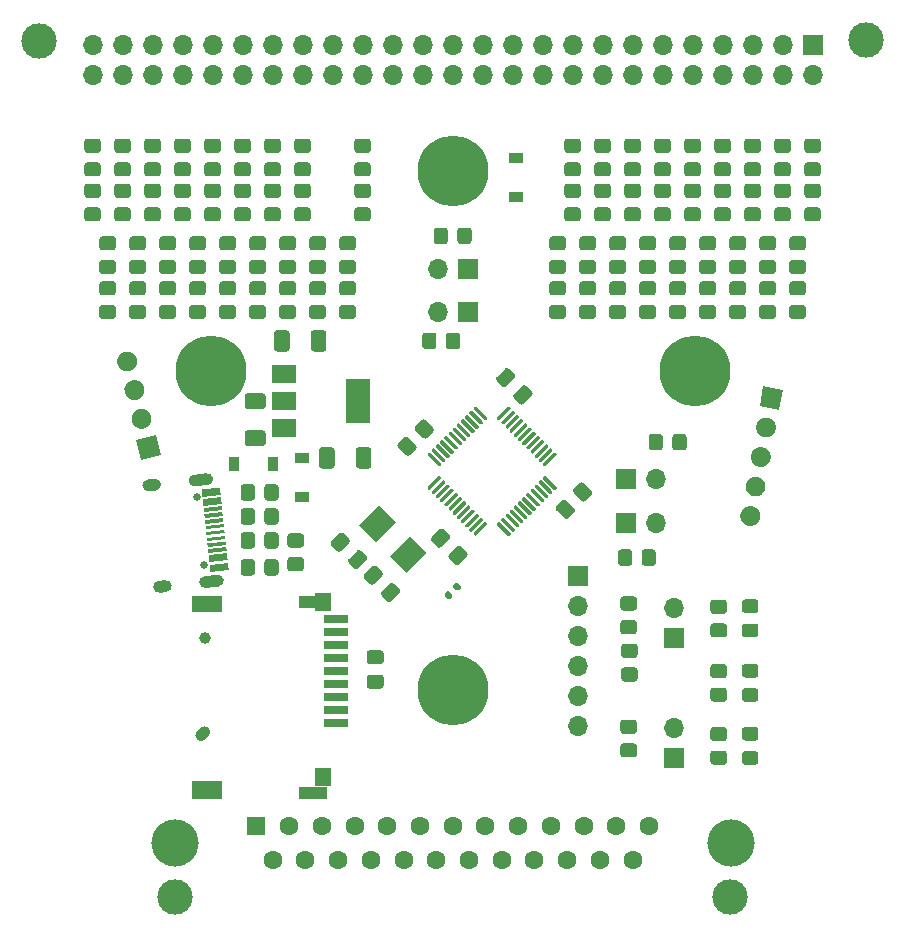
<source format=gts>
%TF.GenerationSoftware,KiCad,Pcbnew,5.1.12-84ad8e8a86~92~ubuntu20.04.1*%
%TF.CreationDate,2022-08-13T14:28:54-05:00*%
%TF.ProjectId,dietSCSI,64696574-5343-4534-992e-6b696361645f,rev?*%
%TF.SameCoordinates,Original*%
%TF.FileFunction,Soldermask,Top*%
%TF.FilePolarity,Negative*%
%FSLAX46Y46*%
G04 Gerber Fmt 4.6, Leading zero omitted, Abs format (unit mm)*
G04 Created by KiCad (PCBNEW 5.1.12-84ad8e8a86~92~ubuntu20.04.1) date 2022-08-13 14:28:54*
%MOMM*%
%LPD*%
G01*
G04 APERTURE LIST*
%ADD10C,0.650000*%
%ADD11C,0.150000*%
%ADD12R,1.400000X1.600000*%
%ADD13C,1.000000*%
%ADD14R,2.000000X0.700000*%
%ADD15R,2.400000X1.100000*%
%ADD16R,2.570000X1.630000*%
%ADD17R,2.570000X1.360000*%
%ADD18R,1.700000X1.700000*%
%ADD19O,1.700000X1.700000*%
%ADD20C,4.000000*%
%ADD21C,1.600000*%
%ADD22R,1.600000X1.600000*%
%ADD23C,6.000000*%
%ADD24R,2.000000X1.500000*%
%ADD25R,2.000000X3.800000*%
%ADD26C,3.000000*%
%ADD27R,1.200000X0.900000*%
%ADD28R,0.900000X1.200000*%
G04 APERTURE END LIST*
%TO.C,R88*%
G36*
G01*
X137816120Y-71551009D02*
X137554491Y-71289380D01*
G75*
G02*
X137554491Y-71098462I95459J95459D01*
G01*
X137745410Y-70907543D01*
G75*
G02*
X137936328Y-70907543I95459J-95459D01*
G01*
X138197957Y-71169172D01*
G75*
G02*
X138197957Y-71360090I-95459J-95459D01*
G01*
X138007038Y-71551009D01*
G75*
G02*
X137816120Y-71551009I-95459J95459D01*
G01*
G37*
G36*
G01*
X137094872Y-72272257D02*
X136833243Y-72010628D01*
G75*
G02*
X136833243Y-71819710I95459J95459D01*
G01*
X137024162Y-71628791D01*
G75*
G02*
X137215080Y-71628791I95459J-95459D01*
G01*
X137476709Y-71890420D01*
G75*
G02*
X137476709Y-72081338I-95459J-95459D01*
G01*
X137285790Y-72272257D01*
G75*
G02*
X137094872Y-72272257I-95459J95459D01*
G01*
G37*
%TD*%
%TO.C,J2*%
G36*
G01*
X115575177Y-61741335D02*
X116669151Y-61626353D01*
G75*
G02*
X117218676Y-62071350I52264J-497261D01*
G01*
X117218676Y-62071350D01*
G75*
G02*
X116773679Y-62620875I-497261J-52264D01*
G01*
X115679705Y-62735857D01*
G75*
G02*
X115130180Y-62290860I-52264J497261D01*
G01*
X115130180Y-62290860D01*
G75*
G02*
X115575177Y-61741335I497261J52264D01*
G01*
G37*
G36*
G01*
X116478302Y-70334004D02*
X117572276Y-70219022D01*
G75*
G02*
X118121801Y-70664019I52264J-497261D01*
G01*
X118121801Y-70664019D01*
G75*
G02*
X117676804Y-71213544I-497261J-52264D01*
G01*
X116582830Y-71328526D01*
G75*
G02*
X116033305Y-70883529I-52264J497261D01*
G01*
X116033305Y-70883529D01*
G75*
G02*
X116478302Y-70334004I497261J52264D01*
G01*
G37*
G36*
G01*
X111666705Y-62152132D02*
X112263419Y-62089414D01*
G75*
G02*
X112812944Y-62534411I52264J-497261D01*
G01*
X112812944Y-62534411D01*
G75*
G02*
X112367947Y-63083936I-497261J-52264D01*
G01*
X111771233Y-63146654D01*
G75*
G02*
X111221708Y-62701657I-52264J497261D01*
G01*
X111221708Y-62701657D01*
G75*
G02*
X111666705Y-62152132I497261J52264D01*
G01*
G37*
G36*
G01*
X112569831Y-70744801D02*
X113166545Y-70682083D01*
G75*
G02*
X113716070Y-71127080I52264J-497261D01*
G01*
X113716070Y-71127080D01*
G75*
G02*
X113271073Y-71676605I-497261J-52264D01*
G01*
X112674359Y-71739323D01*
G75*
G02*
X112124834Y-71294326I-52264J497261D01*
G01*
X112124834Y-71294326D01*
G75*
G02*
X112569831Y-70744801I497261J52264D01*
G01*
G37*
D10*
X116430817Y-69403872D03*
X115826642Y-63655535D03*
D11*
G36*
X116919178Y-69362598D02*
G01*
X118460687Y-69200579D01*
X118492046Y-69498936D01*
X116950537Y-69660955D01*
X116919178Y-69362598D01*
G37*
G36*
X116835555Y-68566980D02*
G01*
X118377064Y-68404961D01*
X118408423Y-68703318D01*
X116866914Y-68865337D01*
X116835555Y-68566980D01*
G37*
G36*
X116783291Y-68069719D02*
G01*
X118324800Y-67907700D01*
X118356159Y-68206057D01*
X116814650Y-68368076D01*
X116783291Y-68069719D01*
G37*
G36*
X116731026Y-67572458D02*
G01*
X118272535Y-67410439D01*
X118303894Y-67708796D01*
X116762385Y-67870815D01*
X116731026Y-67572458D01*
G37*
G36*
X116678762Y-67075197D02*
G01*
X118220271Y-66913178D01*
X118251630Y-67211535D01*
X116710121Y-67373554D01*
X116678762Y-67075197D01*
G37*
G36*
X116626498Y-66577936D02*
G01*
X118168007Y-66415917D01*
X118199366Y-66714274D01*
X116657857Y-66876293D01*
X116626498Y-66577936D01*
G37*
G36*
X116574234Y-66080675D02*
G01*
X118115743Y-65918656D01*
X118147102Y-66217013D01*
X116605593Y-66379032D01*
X116574234Y-66080675D01*
G37*
G36*
X116521969Y-65583414D02*
G01*
X118063478Y-65421395D01*
X118094837Y-65719752D01*
X116553328Y-65881771D01*
X116521969Y-65583414D01*
G37*
G36*
X116469705Y-65086153D02*
G01*
X118011214Y-64924134D01*
X118042573Y-65222491D01*
X116501064Y-65384510D01*
X116469705Y-65086153D01*
G37*
G36*
X116417441Y-64588893D02*
G01*
X117958950Y-64426874D01*
X117990309Y-64725231D01*
X116448800Y-64887250D01*
X116417441Y-64588893D01*
G37*
G36*
X116333818Y-63793275D02*
G01*
X117875327Y-63631256D01*
X117906686Y-63929613D01*
X116365177Y-64091632D01*
X116333818Y-63793275D01*
G37*
G36*
X116250195Y-62997657D02*
G01*
X117791704Y-62835638D01*
X117823063Y-63133995D01*
X116281554Y-63296014D01*
X116250195Y-62997657D01*
G37*
G36*
X116281554Y-63296014D02*
G01*
X117823063Y-63133995D01*
X117854422Y-63432352D01*
X116312913Y-63594371D01*
X116281554Y-63296014D01*
G37*
G36*
X116365177Y-64091632D02*
G01*
X117906686Y-63929613D01*
X117938045Y-64227970D01*
X116396536Y-64389989D01*
X116365177Y-64091632D01*
G37*
G36*
X116866913Y-68865337D02*
G01*
X118408422Y-68703318D01*
X118439781Y-69001675D01*
X116898272Y-69163694D01*
X116866913Y-68865337D01*
G37*
G36*
X116950536Y-69660954D02*
G01*
X118492045Y-69498935D01*
X118523404Y-69797292D01*
X116981895Y-69959311D01*
X116950536Y-69660954D01*
G37*
%TD*%
D12*
%TO.C,J13*%
X126492000Y-87339000D03*
X126492000Y-72489000D03*
D13*
X116492000Y-75539000D03*
D14*
X127642000Y-73939000D03*
X127642000Y-75039000D03*
X127642000Y-76139000D03*
X127642000Y-77239000D03*
X127642000Y-78339000D03*
X127642000Y-79439000D03*
X127642000Y-80539000D03*
X127642000Y-81639000D03*
X127642000Y-82739000D03*
D15*
X125633320Y-72549680D03*
X125633320Y-88699680D03*
G36*
G01*
X115855605Y-83468289D02*
X116138447Y-83185447D01*
G75*
G02*
X116845553Y-83185447I353553J-353553D01*
G01*
X116845553Y-83185447D01*
G75*
G02*
X116845553Y-83892553I-353553J-353553D01*
G01*
X116562711Y-84175395D01*
G75*
G02*
X115855605Y-84175395I-353553J353553D01*
G01*
X115855605Y-84175395D01*
G75*
G02*
X115855605Y-83468289I353553J353553D01*
G01*
G37*
D16*
X116707920Y-88452960D03*
D17*
X116707920Y-72659240D03*
%TD*%
D18*
%TO.C,J12*%
X167980000Y-25336500D03*
D19*
X167980000Y-27876500D03*
X165440000Y-25336500D03*
X165440000Y-27876500D03*
X162900000Y-25336500D03*
X162900000Y-27876500D03*
X160360000Y-25336500D03*
X160360000Y-27876500D03*
X157820000Y-25336500D03*
X157820000Y-27876500D03*
X155280000Y-25336500D03*
X155280000Y-27876500D03*
X152740000Y-25336500D03*
X152740000Y-27876500D03*
X150200000Y-25336500D03*
X150200000Y-27876500D03*
X147660000Y-25336500D03*
X147660000Y-27876500D03*
X145120000Y-25336500D03*
X145120000Y-27876500D03*
X142580000Y-25336500D03*
X142580000Y-27876500D03*
X140040000Y-25336500D03*
X140040000Y-27876500D03*
X137500000Y-25336500D03*
X137500000Y-27876500D03*
X134960000Y-25336500D03*
X134960000Y-27876500D03*
X132420000Y-25336500D03*
X132420000Y-27876500D03*
X129880000Y-25336500D03*
X129880000Y-27876500D03*
X127340000Y-25336500D03*
X127340000Y-27876500D03*
X124800000Y-25336500D03*
X124800000Y-27876500D03*
X122260000Y-25336500D03*
X122260000Y-27876500D03*
X119720000Y-25336500D03*
X119720000Y-27876500D03*
X117180000Y-25336500D03*
X117180000Y-27876500D03*
X114640000Y-25336500D03*
X114640000Y-27876500D03*
X112100000Y-25336500D03*
X112100000Y-27876500D03*
X109560000Y-25336500D03*
X109560000Y-27876500D03*
X107020000Y-25336500D03*
X107020000Y-27876500D03*
%TD*%
%TO.C,C1*%
G36*
G01*
X135020073Y-58628178D02*
X134348322Y-57956427D01*
G75*
G02*
X134348322Y-57602873I176777J176777D01*
G01*
X134825619Y-57125576D01*
G75*
G02*
X135179173Y-57125576I176777J-176777D01*
G01*
X135850924Y-57797327D01*
G75*
G02*
X135850924Y-58150881I-176777J-176777D01*
G01*
X135373627Y-58628178D01*
G75*
G02*
X135020073Y-58628178I-176777J176777D01*
G01*
G37*
G36*
G01*
X133552827Y-60095424D02*
X132881076Y-59423673D01*
G75*
G02*
X132881076Y-59070119I176777J176777D01*
G01*
X133358373Y-58592822D01*
G75*
G02*
X133711927Y-58592822I176777J-176777D01*
G01*
X134383678Y-59264573D01*
G75*
G02*
X134383678Y-59618127I-176777J-176777D01*
G01*
X133906381Y-60095424D01*
G75*
G02*
X133552827Y-60095424I-176777J176777D01*
G01*
G37*
%TD*%
D20*
%TO.C,J11*%
X161050000Y-92920000D03*
X113950000Y-92920000D03*
D21*
X152735000Y-94340000D03*
X149965000Y-94340000D03*
X147195000Y-94340000D03*
X144425000Y-94340000D03*
X141655000Y-94340000D03*
X138885000Y-94340000D03*
X136115000Y-94340000D03*
X133345000Y-94340000D03*
X130575000Y-94340000D03*
X127805000Y-94340000D03*
X125035000Y-94340000D03*
X122265000Y-94340000D03*
X154120000Y-91500000D03*
X151350000Y-91500000D03*
X148580000Y-91500000D03*
X145810000Y-91500000D03*
X143040000Y-91500000D03*
X140270000Y-91500000D03*
X137500000Y-91500000D03*
X134730000Y-91500000D03*
X131960000Y-91500000D03*
X129190000Y-91500000D03*
X126420000Y-91500000D03*
X123650000Y-91500000D03*
D22*
X120880000Y-91500000D03*
%TD*%
%TO.C,R87*%
G36*
G01*
X121558000Y-70046001D02*
X121558000Y-69145999D01*
G75*
G02*
X121807999Y-68896000I249999J0D01*
G01*
X122508001Y-68896000D01*
G75*
G02*
X122758000Y-69145999I0J-249999D01*
G01*
X122758000Y-70046001D01*
G75*
G02*
X122508001Y-70296000I-249999J0D01*
G01*
X121807999Y-70296000D01*
G75*
G02*
X121558000Y-70046001I0J249999D01*
G01*
G37*
G36*
G01*
X119558000Y-70046001D02*
X119558000Y-69145999D01*
G75*
G02*
X119807999Y-68896000I249999J0D01*
G01*
X120508001Y-68896000D01*
G75*
G02*
X120758000Y-69145999I0J-249999D01*
G01*
X120758000Y-70046001D01*
G75*
G02*
X120508001Y-70296000I-249999J0D01*
G01*
X119807999Y-70296000D01*
G75*
G02*
X119558000Y-70046001I0J249999D01*
G01*
G37*
%TD*%
%TO.C,R86*%
G36*
G01*
X121558000Y-63696001D02*
X121558000Y-62795999D01*
G75*
G02*
X121807999Y-62546000I249999J0D01*
G01*
X122508001Y-62546000D01*
G75*
G02*
X122758000Y-62795999I0J-249999D01*
G01*
X122758000Y-63696001D01*
G75*
G02*
X122508001Y-63946000I-249999J0D01*
G01*
X121807999Y-63946000D01*
G75*
G02*
X121558000Y-63696001I0J249999D01*
G01*
G37*
G36*
G01*
X119558000Y-63696001D02*
X119558000Y-62795999D01*
G75*
G02*
X119807999Y-62546000I249999J0D01*
G01*
X120508001Y-62546000D01*
G75*
G02*
X120758000Y-62795999I0J-249999D01*
G01*
X120758000Y-63696001D01*
G75*
G02*
X120508001Y-63946000I-249999J0D01*
G01*
X119807999Y-63946000D01*
G75*
G02*
X119558000Y-63696001I0J249999D01*
G01*
G37*
%TD*%
D11*
%TO.C,J4*%
G36*
X112379118Y-58405615D02*
G01*
X112790385Y-60055118D01*
X111140882Y-60466385D01*
X110729615Y-58816882D01*
X112379118Y-58405615D01*
G37*
G36*
G01*
X111979946Y-56804627D02*
X111979946Y-56804627D01*
G75*
G02*
X111360829Y-57835012I-824751J-205634D01*
G01*
X111360829Y-57835012D01*
G75*
G02*
X110330444Y-57215895I-205634J824751D01*
G01*
X110330444Y-57215895D01*
G75*
G02*
X110949561Y-56185510I824751J205634D01*
G01*
X110949561Y-56185510D01*
G75*
G02*
X111979946Y-56804627I205634J-824751D01*
G01*
G37*
G36*
G01*
X111375142Y-54378887D02*
X111375142Y-54378887D01*
G75*
G02*
X110756025Y-55409272I-824751J-205634D01*
G01*
X110756025Y-55409272D01*
G75*
G02*
X109725640Y-54790155I-205634J824751D01*
G01*
X109725640Y-54790155D01*
G75*
G02*
X110344757Y-53759770I824751J205634D01*
G01*
X110344757Y-53759770D01*
G75*
G02*
X111375142Y-54378887I205634J-824751D01*
G01*
G37*
G36*
G01*
X110770337Y-51953148D02*
X110770337Y-51953148D01*
G75*
G02*
X110151220Y-52983533I-824751J-205634D01*
G01*
X110151220Y-52983533D01*
G75*
G02*
X109120835Y-52364416I-205634J824751D01*
G01*
X109120835Y-52364416D01*
G75*
G02*
X109739952Y-51334031I824751J205634D01*
G01*
X109739952Y-51334031D01*
G75*
G02*
X110770337Y-51953148I205634J-824751D01*
G01*
G37*
%TD*%
%TO.C,X1*%
G36*
X132175365Y-68657921D02*
G01*
X133872421Y-66960865D01*
X135286635Y-68375079D01*
X133589579Y-70072135D01*
X132175365Y-68657921D01*
G37*
G36*
X129559069Y-66041625D02*
G01*
X131256125Y-64344569D01*
X132670339Y-65758783D01*
X130973283Y-67455839D01*
X129559069Y-66041625D01*
G37*
%TD*%
D23*
%TO.C,H8*%
X137500000Y-80000000D03*
%TD*%
%TO.C,H7*%
X117000000Y-53000000D03*
%TD*%
%TO.C,H6*%
X158000000Y-53000000D03*
%TD*%
%TO.C,H5*%
X137500000Y-36000000D03*
%TD*%
%TO.C,R85*%
G36*
G01*
X108730201Y-42754600D02*
X107830199Y-42754600D01*
G75*
G02*
X107580200Y-42504601I0J249999D01*
G01*
X107580200Y-41804599D01*
G75*
G02*
X107830199Y-41554600I249999J0D01*
G01*
X108730201Y-41554600D01*
G75*
G02*
X108980200Y-41804599I0J-249999D01*
G01*
X108980200Y-42504601D01*
G75*
G02*
X108730201Y-42754600I-249999J0D01*
G01*
G37*
G36*
G01*
X108730201Y-44754600D02*
X107830199Y-44754600D01*
G75*
G02*
X107580200Y-44504601I0J249999D01*
G01*
X107580200Y-43804599D01*
G75*
G02*
X107830199Y-43554600I249999J0D01*
G01*
X108730201Y-43554600D01*
G75*
G02*
X108980200Y-43804599I0J-249999D01*
G01*
X108980200Y-44504601D01*
G75*
G02*
X108730201Y-44754600I-249999J0D01*
G01*
G37*
%TD*%
%TO.C,R84*%
G36*
G01*
X111270201Y-42754600D02*
X110370199Y-42754600D01*
G75*
G02*
X110120200Y-42504601I0J249999D01*
G01*
X110120200Y-41804599D01*
G75*
G02*
X110370199Y-41554600I249999J0D01*
G01*
X111270201Y-41554600D01*
G75*
G02*
X111520200Y-41804599I0J-249999D01*
G01*
X111520200Y-42504601D01*
G75*
G02*
X111270201Y-42754600I-249999J0D01*
G01*
G37*
G36*
G01*
X111270201Y-44754600D02*
X110370199Y-44754600D01*
G75*
G02*
X110120200Y-44504601I0J249999D01*
G01*
X110120200Y-43804599D01*
G75*
G02*
X110370199Y-43554600I249999J0D01*
G01*
X111270201Y-43554600D01*
G75*
G02*
X111520200Y-43804599I0J-249999D01*
G01*
X111520200Y-44504601D01*
G75*
G02*
X111270201Y-44754600I-249999J0D01*
G01*
G37*
%TD*%
%TO.C,R83*%
G36*
G01*
X113810201Y-42754600D02*
X112910199Y-42754600D01*
G75*
G02*
X112660200Y-42504601I0J249999D01*
G01*
X112660200Y-41804599D01*
G75*
G02*
X112910199Y-41554600I249999J0D01*
G01*
X113810201Y-41554600D01*
G75*
G02*
X114060200Y-41804599I0J-249999D01*
G01*
X114060200Y-42504601D01*
G75*
G02*
X113810201Y-42754600I-249999J0D01*
G01*
G37*
G36*
G01*
X113810201Y-44754600D02*
X112910199Y-44754600D01*
G75*
G02*
X112660200Y-44504601I0J249999D01*
G01*
X112660200Y-43804599D01*
G75*
G02*
X112910199Y-43554600I249999J0D01*
G01*
X113810201Y-43554600D01*
G75*
G02*
X114060200Y-43804599I0J-249999D01*
G01*
X114060200Y-44504601D01*
G75*
G02*
X113810201Y-44754600I-249999J0D01*
G01*
G37*
%TD*%
%TO.C,R82*%
G36*
G01*
X116350201Y-42754600D02*
X115450199Y-42754600D01*
G75*
G02*
X115200200Y-42504601I0J249999D01*
G01*
X115200200Y-41804599D01*
G75*
G02*
X115450199Y-41554600I249999J0D01*
G01*
X116350201Y-41554600D01*
G75*
G02*
X116600200Y-41804599I0J-249999D01*
G01*
X116600200Y-42504601D01*
G75*
G02*
X116350201Y-42754600I-249999J0D01*
G01*
G37*
G36*
G01*
X116350201Y-44754600D02*
X115450199Y-44754600D01*
G75*
G02*
X115200200Y-44504601I0J249999D01*
G01*
X115200200Y-43804599D01*
G75*
G02*
X115450199Y-43554600I249999J0D01*
G01*
X116350201Y-43554600D01*
G75*
G02*
X116600200Y-43804599I0J-249999D01*
G01*
X116600200Y-44504601D01*
G75*
G02*
X116350201Y-44754600I-249999J0D01*
G01*
G37*
%TD*%
%TO.C,R81*%
G36*
G01*
X118890201Y-42754600D02*
X117990199Y-42754600D01*
G75*
G02*
X117740200Y-42504601I0J249999D01*
G01*
X117740200Y-41804599D01*
G75*
G02*
X117990199Y-41554600I249999J0D01*
G01*
X118890201Y-41554600D01*
G75*
G02*
X119140200Y-41804599I0J-249999D01*
G01*
X119140200Y-42504601D01*
G75*
G02*
X118890201Y-42754600I-249999J0D01*
G01*
G37*
G36*
G01*
X118890201Y-44754600D02*
X117990199Y-44754600D01*
G75*
G02*
X117740200Y-44504601I0J249999D01*
G01*
X117740200Y-43804599D01*
G75*
G02*
X117990199Y-43554600I249999J0D01*
G01*
X118890201Y-43554600D01*
G75*
G02*
X119140200Y-43804599I0J-249999D01*
G01*
X119140200Y-44504601D01*
G75*
G02*
X118890201Y-44754600I-249999J0D01*
G01*
G37*
%TD*%
%TO.C,R80*%
G36*
G01*
X121430201Y-42754600D02*
X120530199Y-42754600D01*
G75*
G02*
X120280200Y-42504601I0J249999D01*
G01*
X120280200Y-41804599D01*
G75*
G02*
X120530199Y-41554600I249999J0D01*
G01*
X121430201Y-41554600D01*
G75*
G02*
X121680200Y-41804599I0J-249999D01*
G01*
X121680200Y-42504601D01*
G75*
G02*
X121430201Y-42754600I-249999J0D01*
G01*
G37*
G36*
G01*
X121430201Y-44754600D02*
X120530199Y-44754600D01*
G75*
G02*
X120280200Y-44504601I0J249999D01*
G01*
X120280200Y-43804599D01*
G75*
G02*
X120530199Y-43554600I249999J0D01*
G01*
X121430201Y-43554600D01*
G75*
G02*
X121680200Y-43804599I0J-249999D01*
G01*
X121680200Y-44504601D01*
G75*
G02*
X121430201Y-44754600I-249999J0D01*
G01*
G37*
%TD*%
%TO.C,R79*%
G36*
G01*
X123970201Y-42754600D02*
X123070199Y-42754600D01*
G75*
G02*
X122820200Y-42504601I0J249999D01*
G01*
X122820200Y-41804599D01*
G75*
G02*
X123070199Y-41554600I249999J0D01*
G01*
X123970201Y-41554600D01*
G75*
G02*
X124220200Y-41804599I0J-249999D01*
G01*
X124220200Y-42504601D01*
G75*
G02*
X123970201Y-42754600I-249999J0D01*
G01*
G37*
G36*
G01*
X123970201Y-44754600D02*
X123070199Y-44754600D01*
G75*
G02*
X122820200Y-44504601I0J249999D01*
G01*
X122820200Y-43804599D01*
G75*
G02*
X123070199Y-43554600I249999J0D01*
G01*
X123970201Y-43554600D01*
G75*
G02*
X124220200Y-43804599I0J-249999D01*
G01*
X124220200Y-44504601D01*
G75*
G02*
X123970201Y-44754600I-249999J0D01*
G01*
G37*
%TD*%
%TO.C,R78*%
G36*
G01*
X126510201Y-42754600D02*
X125610199Y-42754600D01*
G75*
G02*
X125360200Y-42504601I0J249999D01*
G01*
X125360200Y-41804599D01*
G75*
G02*
X125610199Y-41554600I249999J0D01*
G01*
X126510201Y-41554600D01*
G75*
G02*
X126760200Y-41804599I0J-249999D01*
G01*
X126760200Y-42504601D01*
G75*
G02*
X126510201Y-42754600I-249999J0D01*
G01*
G37*
G36*
G01*
X126510201Y-44754600D02*
X125610199Y-44754600D01*
G75*
G02*
X125360200Y-44504601I0J249999D01*
G01*
X125360200Y-43804599D01*
G75*
G02*
X125610199Y-43554600I249999J0D01*
G01*
X126510201Y-43554600D01*
G75*
G02*
X126760200Y-43804599I0J-249999D01*
G01*
X126760200Y-44504601D01*
G75*
G02*
X126510201Y-44754600I-249999J0D01*
G01*
G37*
%TD*%
%TO.C,R77*%
G36*
G01*
X129050201Y-42754600D02*
X128150199Y-42754600D01*
G75*
G02*
X127900200Y-42504601I0J249999D01*
G01*
X127900200Y-41804599D01*
G75*
G02*
X128150199Y-41554600I249999J0D01*
G01*
X129050201Y-41554600D01*
G75*
G02*
X129300200Y-41804599I0J-249999D01*
G01*
X129300200Y-42504601D01*
G75*
G02*
X129050201Y-42754600I-249999J0D01*
G01*
G37*
G36*
G01*
X129050201Y-44754600D02*
X128150199Y-44754600D01*
G75*
G02*
X127900200Y-44504601I0J249999D01*
G01*
X127900200Y-43804599D01*
G75*
G02*
X128150199Y-43554600I249999J0D01*
G01*
X129050201Y-43554600D01*
G75*
G02*
X129300200Y-43804599I0J-249999D01*
G01*
X129300200Y-44504601D01*
G75*
G02*
X129050201Y-44754600I-249999J0D01*
G01*
G37*
%TD*%
%TO.C,R76*%
G36*
G01*
X146830201Y-42754600D02*
X145930199Y-42754600D01*
G75*
G02*
X145680200Y-42504601I0J249999D01*
G01*
X145680200Y-41804599D01*
G75*
G02*
X145930199Y-41554600I249999J0D01*
G01*
X146830201Y-41554600D01*
G75*
G02*
X147080200Y-41804599I0J-249999D01*
G01*
X147080200Y-42504601D01*
G75*
G02*
X146830201Y-42754600I-249999J0D01*
G01*
G37*
G36*
G01*
X146830201Y-44754600D02*
X145930199Y-44754600D01*
G75*
G02*
X145680200Y-44504601I0J249999D01*
G01*
X145680200Y-43804599D01*
G75*
G02*
X145930199Y-43554600I249999J0D01*
G01*
X146830201Y-43554600D01*
G75*
G02*
X147080200Y-43804599I0J-249999D01*
G01*
X147080200Y-44504601D01*
G75*
G02*
X146830201Y-44754600I-249999J0D01*
G01*
G37*
%TD*%
%TO.C,R75*%
G36*
G01*
X149370201Y-42754600D02*
X148470199Y-42754600D01*
G75*
G02*
X148220200Y-42504601I0J249999D01*
G01*
X148220200Y-41804599D01*
G75*
G02*
X148470199Y-41554600I249999J0D01*
G01*
X149370201Y-41554600D01*
G75*
G02*
X149620200Y-41804599I0J-249999D01*
G01*
X149620200Y-42504601D01*
G75*
G02*
X149370201Y-42754600I-249999J0D01*
G01*
G37*
G36*
G01*
X149370201Y-44754600D02*
X148470199Y-44754600D01*
G75*
G02*
X148220200Y-44504601I0J249999D01*
G01*
X148220200Y-43804599D01*
G75*
G02*
X148470199Y-43554600I249999J0D01*
G01*
X149370201Y-43554600D01*
G75*
G02*
X149620200Y-43804599I0J-249999D01*
G01*
X149620200Y-44504601D01*
G75*
G02*
X149370201Y-44754600I-249999J0D01*
G01*
G37*
%TD*%
%TO.C,R74*%
G36*
G01*
X151910201Y-42754600D02*
X151010199Y-42754600D01*
G75*
G02*
X150760200Y-42504601I0J249999D01*
G01*
X150760200Y-41804599D01*
G75*
G02*
X151010199Y-41554600I249999J0D01*
G01*
X151910201Y-41554600D01*
G75*
G02*
X152160200Y-41804599I0J-249999D01*
G01*
X152160200Y-42504601D01*
G75*
G02*
X151910201Y-42754600I-249999J0D01*
G01*
G37*
G36*
G01*
X151910201Y-44754600D02*
X151010199Y-44754600D01*
G75*
G02*
X150760200Y-44504601I0J249999D01*
G01*
X150760200Y-43804599D01*
G75*
G02*
X151010199Y-43554600I249999J0D01*
G01*
X151910201Y-43554600D01*
G75*
G02*
X152160200Y-43804599I0J-249999D01*
G01*
X152160200Y-44504601D01*
G75*
G02*
X151910201Y-44754600I-249999J0D01*
G01*
G37*
%TD*%
%TO.C,R73*%
G36*
G01*
X154450201Y-42754600D02*
X153550199Y-42754600D01*
G75*
G02*
X153300200Y-42504601I0J249999D01*
G01*
X153300200Y-41804599D01*
G75*
G02*
X153550199Y-41554600I249999J0D01*
G01*
X154450201Y-41554600D01*
G75*
G02*
X154700200Y-41804599I0J-249999D01*
G01*
X154700200Y-42504601D01*
G75*
G02*
X154450201Y-42754600I-249999J0D01*
G01*
G37*
G36*
G01*
X154450201Y-44754600D02*
X153550199Y-44754600D01*
G75*
G02*
X153300200Y-44504601I0J249999D01*
G01*
X153300200Y-43804599D01*
G75*
G02*
X153550199Y-43554600I249999J0D01*
G01*
X154450201Y-43554600D01*
G75*
G02*
X154700200Y-43804599I0J-249999D01*
G01*
X154700200Y-44504601D01*
G75*
G02*
X154450201Y-44754600I-249999J0D01*
G01*
G37*
%TD*%
%TO.C,R72*%
G36*
G01*
X156990201Y-42754600D02*
X156090199Y-42754600D01*
G75*
G02*
X155840200Y-42504601I0J249999D01*
G01*
X155840200Y-41804599D01*
G75*
G02*
X156090199Y-41554600I249999J0D01*
G01*
X156990201Y-41554600D01*
G75*
G02*
X157240200Y-41804599I0J-249999D01*
G01*
X157240200Y-42504601D01*
G75*
G02*
X156990201Y-42754600I-249999J0D01*
G01*
G37*
G36*
G01*
X156990201Y-44754600D02*
X156090199Y-44754600D01*
G75*
G02*
X155840200Y-44504601I0J249999D01*
G01*
X155840200Y-43804599D01*
G75*
G02*
X156090199Y-43554600I249999J0D01*
G01*
X156990201Y-43554600D01*
G75*
G02*
X157240200Y-43804599I0J-249999D01*
G01*
X157240200Y-44504601D01*
G75*
G02*
X156990201Y-44754600I-249999J0D01*
G01*
G37*
%TD*%
%TO.C,R71*%
G36*
G01*
X159530201Y-42754600D02*
X158630199Y-42754600D01*
G75*
G02*
X158380200Y-42504601I0J249999D01*
G01*
X158380200Y-41804599D01*
G75*
G02*
X158630199Y-41554600I249999J0D01*
G01*
X159530201Y-41554600D01*
G75*
G02*
X159780200Y-41804599I0J-249999D01*
G01*
X159780200Y-42504601D01*
G75*
G02*
X159530201Y-42754600I-249999J0D01*
G01*
G37*
G36*
G01*
X159530201Y-44754600D02*
X158630199Y-44754600D01*
G75*
G02*
X158380200Y-44504601I0J249999D01*
G01*
X158380200Y-43804599D01*
G75*
G02*
X158630199Y-43554600I249999J0D01*
G01*
X159530201Y-43554600D01*
G75*
G02*
X159780200Y-43804599I0J-249999D01*
G01*
X159780200Y-44504601D01*
G75*
G02*
X159530201Y-44754600I-249999J0D01*
G01*
G37*
%TD*%
%TO.C,R70*%
G36*
G01*
X162070201Y-42754600D02*
X161170199Y-42754600D01*
G75*
G02*
X160920200Y-42504601I0J249999D01*
G01*
X160920200Y-41804599D01*
G75*
G02*
X161170199Y-41554600I249999J0D01*
G01*
X162070201Y-41554600D01*
G75*
G02*
X162320200Y-41804599I0J-249999D01*
G01*
X162320200Y-42504601D01*
G75*
G02*
X162070201Y-42754600I-249999J0D01*
G01*
G37*
G36*
G01*
X162070201Y-44754600D02*
X161170199Y-44754600D01*
G75*
G02*
X160920200Y-44504601I0J249999D01*
G01*
X160920200Y-43804599D01*
G75*
G02*
X161170199Y-43554600I249999J0D01*
G01*
X162070201Y-43554600D01*
G75*
G02*
X162320200Y-43804599I0J-249999D01*
G01*
X162320200Y-44504601D01*
G75*
G02*
X162070201Y-44754600I-249999J0D01*
G01*
G37*
%TD*%
%TO.C,R69*%
G36*
G01*
X164610201Y-42754600D02*
X163710199Y-42754600D01*
G75*
G02*
X163460200Y-42504601I0J249999D01*
G01*
X163460200Y-41804599D01*
G75*
G02*
X163710199Y-41554600I249999J0D01*
G01*
X164610201Y-41554600D01*
G75*
G02*
X164860200Y-41804599I0J-249999D01*
G01*
X164860200Y-42504601D01*
G75*
G02*
X164610201Y-42754600I-249999J0D01*
G01*
G37*
G36*
G01*
X164610201Y-44754600D02*
X163710199Y-44754600D01*
G75*
G02*
X163460200Y-44504601I0J249999D01*
G01*
X163460200Y-43804599D01*
G75*
G02*
X163710199Y-43554600I249999J0D01*
G01*
X164610201Y-43554600D01*
G75*
G02*
X164860200Y-43804599I0J-249999D01*
G01*
X164860200Y-44504601D01*
G75*
G02*
X164610201Y-44754600I-249999J0D01*
G01*
G37*
%TD*%
%TO.C,R68*%
G36*
G01*
X167150201Y-42754600D02*
X166250199Y-42754600D01*
G75*
G02*
X166000200Y-42504601I0J249999D01*
G01*
X166000200Y-41804599D01*
G75*
G02*
X166250199Y-41554600I249999J0D01*
G01*
X167150201Y-41554600D01*
G75*
G02*
X167400200Y-41804599I0J-249999D01*
G01*
X167400200Y-42504601D01*
G75*
G02*
X167150201Y-42754600I-249999J0D01*
G01*
G37*
G36*
G01*
X167150201Y-44754600D02*
X166250199Y-44754600D01*
G75*
G02*
X166000200Y-44504601I0J249999D01*
G01*
X166000200Y-43804599D01*
G75*
G02*
X166250199Y-43554600I249999J0D01*
G01*
X167150201Y-43554600D01*
G75*
G02*
X167400200Y-43804599I0J-249999D01*
G01*
X167400200Y-44504601D01*
G75*
G02*
X167150201Y-44754600I-249999J0D01*
G01*
G37*
%TD*%
%TO.C,R47*%
G36*
G01*
X107460201Y-34499600D02*
X106560199Y-34499600D01*
G75*
G02*
X106310200Y-34249601I0J249999D01*
G01*
X106310200Y-33549599D01*
G75*
G02*
X106560199Y-33299600I249999J0D01*
G01*
X107460201Y-33299600D01*
G75*
G02*
X107710200Y-33549599I0J-249999D01*
G01*
X107710200Y-34249601D01*
G75*
G02*
X107460201Y-34499600I-249999J0D01*
G01*
G37*
G36*
G01*
X107460201Y-36499600D02*
X106560199Y-36499600D01*
G75*
G02*
X106310200Y-36249601I0J249999D01*
G01*
X106310200Y-35549599D01*
G75*
G02*
X106560199Y-35299600I249999J0D01*
G01*
X107460201Y-35299600D01*
G75*
G02*
X107710200Y-35549599I0J-249999D01*
G01*
X107710200Y-36249601D01*
G75*
G02*
X107460201Y-36499600I-249999J0D01*
G01*
G37*
%TD*%
%TO.C,R46*%
G36*
G01*
X110000201Y-34499600D02*
X109100199Y-34499600D01*
G75*
G02*
X108850200Y-34249601I0J249999D01*
G01*
X108850200Y-33549599D01*
G75*
G02*
X109100199Y-33299600I249999J0D01*
G01*
X110000201Y-33299600D01*
G75*
G02*
X110250200Y-33549599I0J-249999D01*
G01*
X110250200Y-34249601D01*
G75*
G02*
X110000201Y-34499600I-249999J0D01*
G01*
G37*
G36*
G01*
X110000201Y-36499600D02*
X109100199Y-36499600D01*
G75*
G02*
X108850200Y-36249601I0J249999D01*
G01*
X108850200Y-35549599D01*
G75*
G02*
X109100199Y-35299600I249999J0D01*
G01*
X110000201Y-35299600D01*
G75*
G02*
X110250200Y-35549599I0J-249999D01*
G01*
X110250200Y-36249601D01*
G75*
G02*
X110000201Y-36499600I-249999J0D01*
G01*
G37*
%TD*%
%TO.C,R45*%
G36*
G01*
X112540201Y-34499600D02*
X111640199Y-34499600D01*
G75*
G02*
X111390200Y-34249601I0J249999D01*
G01*
X111390200Y-33549599D01*
G75*
G02*
X111640199Y-33299600I249999J0D01*
G01*
X112540201Y-33299600D01*
G75*
G02*
X112790200Y-33549599I0J-249999D01*
G01*
X112790200Y-34249601D01*
G75*
G02*
X112540201Y-34499600I-249999J0D01*
G01*
G37*
G36*
G01*
X112540201Y-36499600D02*
X111640199Y-36499600D01*
G75*
G02*
X111390200Y-36249601I0J249999D01*
G01*
X111390200Y-35549599D01*
G75*
G02*
X111640199Y-35299600I249999J0D01*
G01*
X112540201Y-35299600D01*
G75*
G02*
X112790200Y-35549599I0J-249999D01*
G01*
X112790200Y-36249601D01*
G75*
G02*
X112540201Y-36499600I-249999J0D01*
G01*
G37*
%TD*%
%TO.C,R44*%
G36*
G01*
X115080201Y-34499600D02*
X114180199Y-34499600D01*
G75*
G02*
X113930200Y-34249601I0J249999D01*
G01*
X113930200Y-33549599D01*
G75*
G02*
X114180199Y-33299600I249999J0D01*
G01*
X115080201Y-33299600D01*
G75*
G02*
X115330200Y-33549599I0J-249999D01*
G01*
X115330200Y-34249601D01*
G75*
G02*
X115080201Y-34499600I-249999J0D01*
G01*
G37*
G36*
G01*
X115080201Y-36499600D02*
X114180199Y-36499600D01*
G75*
G02*
X113930200Y-36249601I0J249999D01*
G01*
X113930200Y-35549599D01*
G75*
G02*
X114180199Y-35299600I249999J0D01*
G01*
X115080201Y-35299600D01*
G75*
G02*
X115330200Y-35549599I0J-249999D01*
G01*
X115330200Y-36249601D01*
G75*
G02*
X115080201Y-36499600I-249999J0D01*
G01*
G37*
%TD*%
%TO.C,R43*%
G36*
G01*
X117620201Y-34499600D02*
X116720199Y-34499600D01*
G75*
G02*
X116470200Y-34249601I0J249999D01*
G01*
X116470200Y-33549599D01*
G75*
G02*
X116720199Y-33299600I249999J0D01*
G01*
X117620201Y-33299600D01*
G75*
G02*
X117870200Y-33549599I0J-249999D01*
G01*
X117870200Y-34249601D01*
G75*
G02*
X117620201Y-34499600I-249999J0D01*
G01*
G37*
G36*
G01*
X117620201Y-36499600D02*
X116720199Y-36499600D01*
G75*
G02*
X116470200Y-36249601I0J249999D01*
G01*
X116470200Y-35549599D01*
G75*
G02*
X116720199Y-35299600I249999J0D01*
G01*
X117620201Y-35299600D01*
G75*
G02*
X117870200Y-35549599I0J-249999D01*
G01*
X117870200Y-36249601D01*
G75*
G02*
X117620201Y-36499600I-249999J0D01*
G01*
G37*
%TD*%
%TO.C,R42*%
G36*
G01*
X120160201Y-34499600D02*
X119260199Y-34499600D01*
G75*
G02*
X119010200Y-34249601I0J249999D01*
G01*
X119010200Y-33549599D01*
G75*
G02*
X119260199Y-33299600I249999J0D01*
G01*
X120160201Y-33299600D01*
G75*
G02*
X120410200Y-33549599I0J-249999D01*
G01*
X120410200Y-34249601D01*
G75*
G02*
X120160201Y-34499600I-249999J0D01*
G01*
G37*
G36*
G01*
X120160201Y-36499600D02*
X119260199Y-36499600D01*
G75*
G02*
X119010200Y-36249601I0J249999D01*
G01*
X119010200Y-35549599D01*
G75*
G02*
X119260199Y-35299600I249999J0D01*
G01*
X120160201Y-35299600D01*
G75*
G02*
X120410200Y-35549599I0J-249999D01*
G01*
X120410200Y-36249601D01*
G75*
G02*
X120160201Y-36499600I-249999J0D01*
G01*
G37*
%TD*%
%TO.C,R41*%
G36*
G01*
X122700201Y-34499600D02*
X121800199Y-34499600D01*
G75*
G02*
X121550200Y-34249601I0J249999D01*
G01*
X121550200Y-33549599D01*
G75*
G02*
X121800199Y-33299600I249999J0D01*
G01*
X122700201Y-33299600D01*
G75*
G02*
X122950200Y-33549599I0J-249999D01*
G01*
X122950200Y-34249601D01*
G75*
G02*
X122700201Y-34499600I-249999J0D01*
G01*
G37*
G36*
G01*
X122700201Y-36499600D02*
X121800199Y-36499600D01*
G75*
G02*
X121550200Y-36249601I0J249999D01*
G01*
X121550200Y-35549599D01*
G75*
G02*
X121800199Y-35299600I249999J0D01*
G01*
X122700201Y-35299600D01*
G75*
G02*
X122950200Y-35549599I0J-249999D01*
G01*
X122950200Y-36249601D01*
G75*
G02*
X122700201Y-36499600I-249999J0D01*
G01*
G37*
%TD*%
%TO.C,R40*%
G36*
G01*
X125240201Y-34499600D02*
X124340199Y-34499600D01*
G75*
G02*
X124090200Y-34249601I0J249999D01*
G01*
X124090200Y-33549599D01*
G75*
G02*
X124340199Y-33299600I249999J0D01*
G01*
X125240201Y-33299600D01*
G75*
G02*
X125490200Y-33549599I0J-249999D01*
G01*
X125490200Y-34249601D01*
G75*
G02*
X125240201Y-34499600I-249999J0D01*
G01*
G37*
G36*
G01*
X125240201Y-36499600D02*
X124340199Y-36499600D01*
G75*
G02*
X124090200Y-36249601I0J249999D01*
G01*
X124090200Y-35549599D01*
G75*
G02*
X124340199Y-35299600I249999J0D01*
G01*
X125240201Y-35299600D01*
G75*
G02*
X125490200Y-35549599I0J-249999D01*
G01*
X125490200Y-36249601D01*
G75*
G02*
X125240201Y-36499600I-249999J0D01*
G01*
G37*
%TD*%
%TO.C,R39*%
G36*
G01*
X130320201Y-34499600D02*
X129420199Y-34499600D01*
G75*
G02*
X129170200Y-34249601I0J249999D01*
G01*
X129170200Y-33549599D01*
G75*
G02*
X129420199Y-33299600I249999J0D01*
G01*
X130320201Y-33299600D01*
G75*
G02*
X130570200Y-33549599I0J-249999D01*
G01*
X130570200Y-34249601D01*
G75*
G02*
X130320201Y-34499600I-249999J0D01*
G01*
G37*
G36*
G01*
X130320201Y-36499600D02*
X129420199Y-36499600D01*
G75*
G02*
X129170200Y-36249601I0J249999D01*
G01*
X129170200Y-35549599D01*
G75*
G02*
X129420199Y-35299600I249999J0D01*
G01*
X130320201Y-35299600D01*
G75*
G02*
X130570200Y-35549599I0J-249999D01*
G01*
X130570200Y-36249601D01*
G75*
G02*
X130320201Y-36499600I-249999J0D01*
G01*
G37*
%TD*%
%TO.C,R38*%
G36*
G01*
X148100201Y-34499600D02*
X147200199Y-34499600D01*
G75*
G02*
X146950200Y-34249601I0J249999D01*
G01*
X146950200Y-33549599D01*
G75*
G02*
X147200199Y-33299600I249999J0D01*
G01*
X148100201Y-33299600D01*
G75*
G02*
X148350200Y-33549599I0J-249999D01*
G01*
X148350200Y-34249601D01*
G75*
G02*
X148100201Y-34499600I-249999J0D01*
G01*
G37*
G36*
G01*
X148100201Y-36499600D02*
X147200199Y-36499600D01*
G75*
G02*
X146950200Y-36249601I0J249999D01*
G01*
X146950200Y-35549599D01*
G75*
G02*
X147200199Y-35299600I249999J0D01*
G01*
X148100201Y-35299600D01*
G75*
G02*
X148350200Y-35549599I0J-249999D01*
G01*
X148350200Y-36249601D01*
G75*
G02*
X148100201Y-36499600I-249999J0D01*
G01*
G37*
%TD*%
%TO.C,R37*%
G36*
G01*
X150640201Y-34499600D02*
X149740199Y-34499600D01*
G75*
G02*
X149490200Y-34249601I0J249999D01*
G01*
X149490200Y-33549599D01*
G75*
G02*
X149740199Y-33299600I249999J0D01*
G01*
X150640201Y-33299600D01*
G75*
G02*
X150890200Y-33549599I0J-249999D01*
G01*
X150890200Y-34249601D01*
G75*
G02*
X150640201Y-34499600I-249999J0D01*
G01*
G37*
G36*
G01*
X150640201Y-36499600D02*
X149740199Y-36499600D01*
G75*
G02*
X149490200Y-36249601I0J249999D01*
G01*
X149490200Y-35549599D01*
G75*
G02*
X149740199Y-35299600I249999J0D01*
G01*
X150640201Y-35299600D01*
G75*
G02*
X150890200Y-35549599I0J-249999D01*
G01*
X150890200Y-36249601D01*
G75*
G02*
X150640201Y-36499600I-249999J0D01*
G01*
G37*
%TD*%
%TO.C,R36*%
G36*
G01*
X153180201Y-34499600D02*
X152280199Y-34499600D01*
G75*
G02*
X152030200Y-34249601I0J249999D01*
G01*
X152030200Y-33549599D01*
G75*
G02*
X152280199Y-33299600I249999J0D01*
G01*
X153180201Y-33299600D01*
G75*
G02*
X153430200Y-33549599I0J-249999D01*
G01*
X153430200Y-34249601D01*
G75*
G02*
X153180201Y-34499600I-249999J0D01*
G01*
G37*
G36*
G01*
X153180201Y-36499600D02*
X152280199Y-36499600D01*
G75*
G02*
X152030200Y-36249601I0J249999D01*
G01*
X152030200Y-35549599D01*
G75*
G02*
X152280199Y-35299600I249999J0D01*
G01*
X153180201Y-35299600D01*
G75*
G02*
X153430200Y-35549599I0J-249999D01*
G01*
X153430200Y-36249601D01*
G75*
G02*
X153180201Y-36499600I-249999J0D01*
G01*
G37*
%TD*%
%TO.C,R35*%
G36*
G01*
X155720201Y-34499600D02*
X154820199Y-34499600D01*
G75*
G02*
X154570200Y-34249601I0J249999D01*
G01*
X154570200Y-33549599D01*
G75*
G02*
X154820199Y-33299600I249999J0D01*
G01*
X155720201Y-33299600D01*
G75*
G02*
X155970200Y-33549599I0J-249999D01*
G01*
X155970200Y-34249601D01*
G75*
G02*
X155720201Y-34499600I-249999J0D01*
G01*
G37*
G36*
G01*
X155720201Y-36499600D02*
X154820199Y-36499600D01*
G75*
G02*
X154570200Y-36249601I0J249999D01*
G01*
X154570200Y-35549599D01*
G75*
G02*
X154820199Y-35299600I249999J0D01*
G01*
X155720201Y-35299600D01*
G75*
G02*
X155970200Y-35549599I0J-249999D01*
G01*
X155970200Y-36249601D01*
G75*
G02*
X155720201Y-36499600I-249999J0D01*
G01*
G37*
%TD*%
%TO.C,R34*%
G36*
G01*
X158260201Y-34499600D02*
X157360199Y-34499600D01*
G75*
G02*
X157110200Y-34249601I0J249999D01*
G01*
X157110200Y-33549599D01*
G75*
G02*
X157360199Y-33299600I249999J0D01*
G01*
X158260201Y-33299600D01*
G75*
G02*
X158510200Y-33549599I0J-249999D01*
G01*
X158510200Y-34249601D01*
G75*
G02*
X158260201Y-34499600I-249999J0D01*
G01*
G37*
G36*
G01*
X158260201Y-36499600D02*
X157360199Y-36499600D01*
G75*
G02*
X157110200Y-36249601I0J249999D01*
G01*
X157110200Y-35549599D01*
G75*
G02*
X157360199Y-35299600I249999J0D01*
G01*
X158260201Y-35299600D01*
G75*
G02*
X158510200Y-35549599I0J-249999D01*
G01*
X158510200Y-36249601D01*
G75*
G02*
X158260201Y-36499600I-249999J0D01*
G01*
G37*
%TD*%
%TO.C,R33*%
G36*
G01*
X160800201Y-34499600D02*
X159900199Y-34499600D01*
G75*
G02*
X159650200Y-34249601I0J249999D01*
G01*
X159650200Y-33549599D01*
G75*
G02*
X159900199Y-33299600I249999J0D01*
G01*
X160800201Y-33299600D01*
G75*
G02*
X161050200Y-33549599I0J-249999D01*
G01*
X161050200Y-34249601D01*
G75*
G02*
X160800201Y-34499600I-249999J0D01*
G01*
G37*
G36*
G01*
X160800201Y-36499600D02*
X159900199Y-36499600D01*
G75*
G02*
X159650200Y-36249601I0J249999D01*
G01*
X159650200Y-35549599D01*
G75*
G02*
X159900199Y-35299600I249999J0D01*
G01*
X160800201Y-35299600D01*
G75*
G02*
X161050200Y-35549599I0J-249999D01*
G01*
X161050200Y-36249601D01*
G75*
G02*
X160800201Y-36499600I-249999J0D01*
G01*
G37*
%TD*%
%TO.C,R32*%
G36*
G01*
X163340201Y-34499600D02*
X162440199Y-34499600D01*
G75*
G02*
X162190200Y-34249601I0J249999D01*
G01*
X162190200Y-33549599D01*
G75*
G02*
X162440199Y-33299600I249999J0D01*
G01*
X163340201Y-33299600D01*
G75*
G02*
X163590200Y-33549599I0J-249999D01*
G01*
X163590200Y-34249601D01*
G75*
G02*
X163340201Y-34499600I-249999J0D01*
G01*
G37*
G36*
G01*
X163340201Y-36499600D02*
X162440199Y-36499600D01*
G75*
G02*
X162190200Y-36249601I0J249999D01*
G01*
X162190200Y-35549599D01*
G75*
G02*
X162440199Y-35299600I249999J0D01*
G01*
X163340201Y-35299600D01*
G75*
G02*
X163590200Y-35549599I0J-249999D01*
G01*
X163590200Y-36249601D01*
G75*
G02*
X163340201Y-36499600I-249999J0D01*
G01*
G37*
%TD*%
%TO.C,R31*%
G36*
G01*
X165880201Y-34499600D02*
X164980199Y-34499600D01*
G75*
G02*
X164730200Y-34249601I0J249999D01*
G01*
X164730200Y-33549599D01*
G75*
G02*
X164980199Y-33299600I249999J0D01*
G01*
X165880201Y-33299600D01*
G75*
G02*
X166130200Y-33549599I0J-249999D01*
G01*
X166130200Y-34249601D01*
G75*
G02*
X165880201Y-34499600I-249999J0D01*
G01*
G37*
G36*
G01*
X165880201Y-36499600D02*
X164980199Y-36499600D01*
G75*
G02*
X164730200Y-36249601I0J249999D01*
G01*
X164730200Y-35549599D01*
G75*
G02*
X164980199Y-35299600I249999J0D01*
G01*
X165880201Y-35299600D01*
G75*
G02*
X166130200Y-35549599I0J-249999D01*
G01*
X166130200Y-36249601D01*
G75*
G02*
X165880201Y-36499600I-249999J0D01*
G01*
G37*
%TD*%
%TO.C,R30*%
G36*
G01*
X168420201Y-34499600D02*
X167520199Y-34499600D01*
G75*
G02*
X167270200Y-34249601I0J249999D01*
G01*
X167270200Y-33549599D01*
G75*
G02*
X167520199Y-33299600I249999J0D01*
G01*
X168420201Y-33299600D01*
G75*
G02*
X168670200Y-33549599I0J-249999D01*
G01*
X168670200Y-34249601D01*
G75*
G02*
X168420201Y-34499600I-249999J0D01*
G01*
G37*
G36*
G01*
X168420201Y-36499600D02*
X167520199Y-36499600D01*
G75*
G02*
X167270200Y-36249601I0J249999D01*
G01*
X167270200Y-35549599D01*
G75*
G02*
X167520199Y-35299600I249999J0D01*
G01*
X168420201Y-35299600D01*
G75*
G02*
X168670200Y-35549599I0J-249999D01*
G01*
X168670200Y-36249601D01*
G75*
G02*
X168420201Y-36499600I-249999J0D01*
G01*
G37*
%TD*%
%TO.C,C7*%
G36*
G01*
X123687000Y-49768997D02*
X123687000Y-51069003D01*
G75*
G02*
X123437003Y-51319000I-249997J0D01*
G01*
X122611997Y-51319000D01*
G75*
G02*
X122362000Y-51069003I0J249997D01*
G01*
X122362000Y-49768997D01*
G75*
G02*
X122611997Y-49519000I249997J0D01*
G01*
X123437003Y-49519000D01*
G75*
G02*
X123687000Y-49768997I0J-249997D01*
G01*
G37*
G36*
G01*
X126812000Y-49768997D02*
X126812000Y-51069003D01*
G75*
G02*
X126562003Y-51319000I-249997J0D01*
G01*
X125736997Y-51319000D01*
G75*
G02*
X125487000Y-51069003I0J249997D01*
G01*
X125487000Y-49768997D01*
G75*
G02*
X125736997Y-49519000I249997J0D01*
G01*
X126562003Y-49519000D01*
G75*
G02*
X126812000Y-49768997I0J-249997D01*
G01*
G37*
%TD*%
%TO.C,C6*%
G36*
G01*
X120126997Y-57986500D02*
X121427003Y-57986500D01*
G75*
G02*
X121677000Y-58236497I0J-249997D01*
G01*
X121677000Y-59061503D01*
G75*
G02*
X121427003Y-59311500I-249997J0D01*
G01*
X120126997Y-59311500D01*
G75*
G02*
X119877000Y-59061503I0J249997D01*
G01*
X119877000Y-58236497D01*
G75*
G02*
X120126997Y-57986500I249997J0D01*
G01*
G37*
G36*
G01*
X120126997Y-54861500D02*
X121427003Y-54861500D01*
G75*
G02*
X121677000Y-55111497I0J-249997D01*
G01*
X121677000Y-55936503D01*
G75*
G02*
X121427003Y-56186500I-249997J0D01*
G01*
X120126997Y-56186500D01*
G75*
G02*
X119877000Y-55936503I0J249997D01*
G01*
X119877000Y-55111497D01*
G75*
G02*
X120126997Y-54861500I249997J0D01*
G01*
G37*
%TD*%
%TO.C,C5*%
G36*
G01*
X126172000Y-60975003D02*
X126172000Y-59674997D01*
G75*
G02*
X126421997Y-59425000I249997J0D01*
G01*
X127247003Y-59425000D01*
G75*
G02*
X127497000Y-59674997I0J-249997D01*
G01*
X127497000Y-60975003D01*
G75*
G02*
X127247003Y-61225000I-249997J0D01*
G01*
X126421997Y-61225000D01*
G75*
G02*
X126172000Y-60975003I0J249997D01*
G01*
G37*
G36*
G01*
X129297000Y-60975003D02*
X129297000Y-59674997D01*
G75*
G02*
X129546997Y-59425000I249997J0D01*
G01*
X130372003Y-59425000D01*
G75*
G02*
X130622000Y-59674997I0J-249997D01*
G01*
X130622000Y-60975003D01*
G75*
G02*
X130372003Y-61225000I-249997J0D01*
G01*
X129546997Y-61225000D01*
G75*
G02*
X129297000Y-60975003I0J249997D01*
G01*
G37*
%TD*%
%TO.C,C4*%
G36*
G01*
X142695199Y-54911450D02*
X143366950Y-54239699D01*
G75*
G02*
X143720504Y-54239699I176777J-176777D01*
G01*
X144197801Y-54716996D01*
G75*
G02*
X144197801Y-55070550I-176777J-176777D01*
G01*
X143526050Y-55742301D01*
G75*
G02*
X143172496Y-55742301I-176777J176777D01*
G01*
X142695199Y-55265004D01*
G75*
G02*
X142695199Y-54911450I176777J176777D01*
G01*
G37*
G36*
G01*
X141227953Y-53444204D02*
X141899704Y-52772453D01*
G75*
G02*
X142253258Y-52772453I176777J-176777D01*
G01*
X142730555Y-53249750D01*
G75*
G02*
X142730555Y-53603304I-176777J-176777D01*
G01*
X142058804Y-54275055D01*
G75*
G02*
X141705250Y-54275055I-176777J176777D01*
G01*
X141227953Y-53797758D01*
G75*
G02*
X141227953Y-53444204I176777J176777D01*
G01*
G37*
%TD*%
%TO.C,C3*%
G36*
G01*
X147110427Y-63926822D02*
X147782178Y-64598573D01*
G75*
G02*
X147782178Y-64952127I-176777J-176777D01*
G01*
X147304881Y-65429424D01*
G75*
G02*
X146951327Y-65429424I-176777J176777D01*
G01*
X146279576Y-64757673D01*
G75*
G02*
X146279576Y-64404119I176777J176777D01*
G01*
X146756873Y-63926822D01*
G75*
G02*
X147110427Y-63926822I176777J-176777D01*
G01*
G37*
G36*
G01*
X148577673Y-62459576D02*
X149249424Y-63131327D01*
G75*
G02*
X149249424Y-63484881I-176777J-176777D01*
G01*
X148772127Y-63962178D01*
G75*
G02*
X148418573Y-63962178I-176777J176777D01*
G01*
X147746822Y-63290427D01*
G75*
G02*
X147746822Y-62936873I176777J176777D01*
G01*
X148224119Y-62459576D01*
G75*
G02*
X148577673Y-62459576I176777J-176777D01*
G01*
G37*
%TD*%
%TO.C,C2*%
G36*
G01*
X138695724Y-68669273D02*
X138023973Y-69341024D01*
G75*
G02*
X137670419Y-69341024I-176777J176777D01*
G01*
X137193122Y-68863727D01*
G75*
G02*
X137193122Y-68510173I176777J176777D01*
G01*
X137864873Y-67838422D01*
G75*
G02*
X138218427Y-67838422I176777J-176777D01*
G01*
X138695724Y-68315719D01*
G75*
G02*
X138695724Y-68669273I-176777J-176777D01*
G01*
G37*
G36*
G01*
X137228478Y-67202027D02*
X136556727Y-67873778D01*
G75*
G02*
X136203173Y-67873778I-176777J176777D01*
G01*
X135725876Y-67396481D01*
G75*
G02*
X135725876Y-67042927I176777J176777D01*
G01*
X136397627Y-66371176D01*
G75*
G02*
X136751181Y-66371176I176777J-176777D01*
G01*
X137228478Y-66848473D01*
G75*
G02*
X137228478Y-67202027I-176777J-176777D01*
G01*
G37*
%TD*%
D24*
%TO.C,U1*%
X123215000Y-53199000D03*
X123215000Y-57799000D03*
X123215000Y-55499000D03*
D25*
X129515000Y-55499000D03*
%TD*%
%TO.C,R67*%
G36*
G01*
X108730201Y-46564600D02*
X107830199Y-46564600D01*
G75*
G02*
X107580200Y-46314601I0J249999D01*
G01*
X107580200Y-45614599D01*
G75*
G02*
X107830199Y-45364600I249999J0D01*
G01*
X108730201Y-45364600D01*
G75*
G02*
X108980200Y-45614599I0J-249999D01*
G01*
X108980200Y-46314601D01*
G75*
G02*
X108730201Y-46564600I-249999J0D01*
G01*
G37*
G36*
G01*
X108730201Y-48564600D02*
X107830199Y-48564600D01*
G75*
G02*
X107580200Y-48314601I0J249999D01*
G01*
X107580200Y-47614599D01*
G75*
G02*
X107830199Y-47364600I249999J0D01*
G01*
X108730201Y-47364600D01*
G75*
G02*
X108980200Y-47614599I0J-249999D01*
G01*
X108980200Y-48314601D01*
G75*
G02*
X108730201Y-48564600I-249999J0D01*
G01*
G37*
%TD*%
%TO.C,R66*%
G36*
G01*
X111270201Y-46564600D02*
X110370199Y-46564600D01*
G75*
G02*
X110120200Y-46314601I0J249999D01*
G01*
X110120200Y-45614599D01*
G75*
G02*
X110370199Y-45364600I249999J0D01*
G01*
X111270201Y-45364600D01*
G75*
G02*
X111520200Y-45614599I0J-249999D01*
G01*
X111520200Y-46314601D01*
G75*
G02*
X111270201Y-46564600I-249999J0D01*
G01*
G37*
G36*
G01*
X111270201Y-48564600D02*
X110370199Y-48564600D01*
G75*
G02*
X110120200Y-48314601I0J249999D01*
G01*
X110120200Y-47614599D01*
G75*
G02*
X110370199Y-47364600I249999J0D01*
G01*
X111270201Y-47364600D01*
G75*
G02*
X111520200Y-47614599I0J-249999D01*
G01*
X111520200Y-48314601D01*
G75*
G02*
X111270201Y-48564600I-249999J0D01*
G01*
G37*
%TD*%
%TO.C,R65*%
G36*
G01*
X113810201Y-46564600D02*
X112910199Y-46564600D01*
G75*
G02*
X112660200Y-46314601I0J249999D01*
G01*
X112660200Y-45614599D01*
G75*
G02*
X112910199Y-45364600I249999J0D01*
G01*
X113810201Y-45364600D01*
G75*
G02*
X114060200Y-45614599I0J-249999D01*
G01*
X114060200Y-46314601D01*
G75*
G02*
X113810201Y-46564600I-249999J0D01*
G01*
G37*
G36*
G01*
X113810201Y-48564600D02*
X112910199Y-48564600D01*
G75*
G02*
X112660200Y-48314601I0J249999D01*
G01*
X112660200Y-47614599D01*
G75*
G02*
X112910199Y-47364600I249999J0D01*
G01*
X113810201Y-47364600D01*
G75*
G02*
X114060200Y-47614599I0J-249999D01*
G01*
X114060200Y-48314601D01*
G75*
G02*
X113810201Y-48564600I-249999J0D01*
G01*
G37*
%TD*%
%TO.C,R64*%
G36*
G01*
X116350201Y-46564600D02*
X115450199Y-46564600D01*
G75*
G02*
X115200200Y-46314601I0J249999D01*
G01*
X115200200Y-45614599D01*
G75*
G02*
X115450199Y-45364600I249999J0D01*
G01*
X116350201Y-45364600D01*
G75*
G02*
X116600200Y-45614599I0J-249999D01*
G01*
X116600200Y-46314601D01*
G75*
G02*
X116350201Y-46564600I-249999J0D01*
G01*
G37*
G36*
G01*
X116350201Y-48564600D02*
X115450199Y-48564600D01*
G75*
G02*
X115200200Y-48314601I0J249999D01*
G01*
X115200200Y-47614599D01*
G75*
G02*
X115450199Y-47364600I249999J0D01*
G01*
X116350201Y-47364600D01*
G75*
G02*
X116600200Y-47614599I0J-249999D01*
G01*
X116600200Y-48314601D01*
G75*
G02*
X116350201Y-48564600I-249999J0D01*
G01*
G37*
%TD*%
%TO.C,R63*%
G36*
G01*
X118890201Y-46564600D02*
X117990199Y-46564600D01*
G75*
G02*
X117740200Y-46314601I0J249999D01*
G01*
X117740200Y-45614599D01*
G75*
G02*
X117990199Y-45364600I249999J0D01*
G01*
X118890201Y-45364600D01*
G75*
G02*
X119140200Y-45614599I0J-249999D01*
G01*
X119140200Y-46314601D01*
G75*
G02*
X118890201Y-46564600I-249999J0D01*
G01*
G37*
G36*
G01*
X118890201Y-48564600D02*
X117990199Y-48564600D01*
G75*
G02*
X117740200Y-48314601I0J249999D01*
G01*
X117740200Y-47614599D01*
G75*
G02*
X117990199Y-47364600I249999J0D01*
G01*
X118890201Y-47364600D01*
G75*
G02*
X119140200Y-47614599I0J-249999D01*
G01*
X119140200Y-48314601D01*
G75*
G02*
X118890201Y-48564600I-249999J0D01*
G01*
G37*
%TD*%
%TO.C,R62*%
G36*
G01*
X121430201Y-46564600D02*
X120530199Y-46564600D01*
G75*
G02*
X120280200Y-46314601I0J249999D01*
G01*
X120280200Y-45614599D01*
G75*
G02*
X120530199Y-45364600I249999J0D01*
G01*
X121430201Y-45364600D01*
G75*
G02*
X121680200Y-45614599I0J-249999D01*
G01*
X121680200Y-46314601D01*
G75*
G02*
X121430201Y-46564600I-249999J0D01*
G01*
G37*
G36*
G01*
X121430201Y-48564600D02*
X120530199Y-48564600D01*
G75*
G02*
X120280200Y-48314601I0J249999D01*
G01*
X120280200Y-47614599D01*
G75*
G02*
X120530199Y-47364600I249999J0D01*
G01*
X121430201Y-47364600D01*
G75*
G02*
X121680200Y-47614599I0J-249999D01*
G01*
X121680200Y-48314601D01*
G75*
G02*
X121430201Y-48564600I-249999J0D01*
G01*
G37*
%TD*%
%TO.C,R61*%
G36*
G01*
X123970201Y-46564600D02*
X123070199Y-46564600D01*
G75*
G02*
X122820200Y-46314601I0J249999D01*
G01*
X122820200Y-45614599D01*
G75*
G02*
X123070199Y-45364600I249999J0D01*
G01*
X123970201Y-45364600D01*
G75*
G02*
X124220200Y-45614599I0J-249999D01*
G01*
X124220200Y-46314601D01*
G75*
G02*
X123970201Y-46564600I-249999J0D01*
G01*
G37*
G36*
G01*
X123970201Y-48564600D02*
X123070199Y-48564600D01*
G75*
G02*
X122820200Y-48314601I0J249999D01*
G01*
X122820200Y-47614599D01*
G75*
G02*
X123070199Y-47364600I249999J0D01*
G01*
X123970201Y-47364600D01*
G75*
G02*
X124220200Y-47614599I0J-249999D01*
G01*
X124220200Y-48314601D01*
G75*
G02*
X123970201Y-48564600I-249999J0D01*
G01*
G37*
%TD*%
%TO.C,R60*%
G36*
G01*
X126510201Y-46564600D02*
X125610199Y-46564600D01*
G75*
G02*
X125360200Y-46314601I0J249999D01*
G01*
X125360200Y-45614599D01*
G75*
G02*
X125610199Y-45364600I249999J0D01*
G01*
X126510201Y-45364600D01*
G75*
G02*
X126760200Y-45614599I0J-249999D01*
G01*
X126760200Y-46314601D01*
G75*
G02*
X126510201Y-46564600I-249999J0D01*
G01*
G37*
G36*
G01*
X126510201Y-48564600D02*
X125610199Y-48564600D01*
G75*
G02*
X125360200Y-48314601I0J249999D01*
G01*
X125360200Y-47614599D01*
G75*
G02*
X125610199Y-47364600I249999J0D01*
G01*
X126510201Y-47364600D01*
G75*
G02*
X126760200Y-47614599I0J-249999D01*
G01*
X126760200Y-48314601D01*
G75*
G02*
X126510201Y-48564600I-249999J0D01*
G01*
G37*
%TD*%
%TO.C,R59*%
G36*
G01*
X129050201Y-46564600D02*
X128150199Y-46564600D01*
G75*
G02*
X127900200Y-46314601I0J249999D01*
G01*
X127900200Y-45614599D01*
G75*
G02*
X128150199Y-45364600I249999J0D01*
G01*
X129050201Y-45364600D01*
G75*
G02*
X129300200Y-45614599I0J-249999D01*
G01*
X129300200Y-46314601D01*
G75*
G02*
X129050201Y-46564600I-249999J0D01*
G01*
G37*
G36*
G01*
X129050201Y-48564600D02*
X128150199Y-48564600D01*
G75*
G02*
X127900200Y-48314601I0J249999D01*
G01*
X127900200Y-47614599D01*
G75*
G02*
X128150199Y-47364600I249999J0D01*
G01*
X129050201Y-47364600D01*
G75*
G02*
X129300200Y-47614599I0J-249999D01*
G01*
X129300200Y-48314601D01*
G75*
G02*
X129050201Y-48564600I-249999J0D01*
G01*
G37*
%TD*%
%TO.C,R58*%
G36*
G01*
X146830201Y-46564600D02*
X145930199Y-46564600D01*
G75*
G02*
X145680200Y-46314601I0J249999D01*
G01*
X145680200Y-45614599D01*
G75*
G02*
X145930199Y-45364600I249999J0D01*
G01*
X146830201Y-45364600D01*
G75*
G02*
X147080200Y-45614599I0J-249999D01*
G01*
X147080200Y-46314601D01*
G75*
G02*
X146830201Y-46564600I-249999J0D01*
G01*
G37*
G36*
G01*
X146830201Y-48564600D02*
X145930199Y-48564600D01*
G75*
G02*
X145680200Y-48314601I0J249999D01*
G01*
X145680200Y-47614599D01*
G75*
G02*
X145930199Y-47364600I249999J0D01*
G01*
X146830201Y-47364600D01*
G75*
G02*
X147080200Y-47614599I0J-249999D01*
G01*
X147080200Y-48314601D01*
G75*
G02*
X146830201Y-48564600I-249999J0D01*
G01*
G37*
%TD*%
%TO.C,R57*%
G36*
G01*
X149370201Y-46564600D02*
X148470199Y-46564600D01*
G75*
G02*
X148220200Y-46314601I0J249999D01*
G01*
X148220200Y-45614599D01*
G75*
G02*
X148470199Y-45364600I249999J0D01*
G01*
X149370201Y-45364600D01*
G75*
G02*
X149620200Y-45614599I0J-249999D01*
G01*
X149620200Y-46314601D01*
G75*
G02*
X149370201Y-46564600I-249999J0D01*
G01*
G37*
G36*
G01*
X149370201Y-48564600D02*
X148470199Y-48564600D01*
G75*
G02*
X148220200Y-48314601I0J249999D01*
G01*
X148220200Y-47614599D01*
G75*
G02*
X148470199Y-47364600I249999J0D01*
G01*
X149370201Y-47364600D01*
G75*
G02*
X149620200Y-47614599I0J-249999D01*
G01*
X149620200Y-48314601D01*
G75*
G02*
X149370201Y-48564600I-249999J0D01*
G01*
G37*
%TD*%
%TO.C,R56*%
G36*
G01*
X151910201Y-46564600D02*
X151010199Y-46564600D01*
G75*
G02*
X150760200Y-46314601I0J249999D01*
G01*
X150760200Y-45614599D01*
G75*
G02*
X151010199Y-45364600I249999J0D01*
G01*
X151910201Y-45364600D01*
G75*
G02*
X152160200Y-45614599I0J-249999D01*
G01*
X152160200Y-46314601D01*
G75*
G02*
X151910201Y-46564600I-249999J0D01*
G01*
G37*
G36*
G01*
X151910201Y-48564600D02*
X151010199Y-48564600D01*
G75*
G02*
X150760200Y-48314601I0J249999D01*
G01*
X150760200Y-47614599D01*
G75*
G02*
X151010199Y-47364600I249999J0D01*
G01*
X151910201Y-47364600D01*
G75*
G02*
X152160200Y-47614599I0J-249999D01*
G01*
X152160200Y-48314601D01*
G75*
G02*
X151910201Y-48564600I-249999J0D01*
G01*
G37*
%TD*%
%TO.C,R55*%
G36*
G01*
X154450201Y-46564600D02*
X153550199Y-46564600D01*
G75*
G02*
X153300200Y-46314601I0J249999D01*
G01*
X153300200Y-45614599D01*
G75*
G02*
X153550199Y-45364600I249999J0D01*
G01*
X154450201Y-45364600D01*
G75*
G02*
X154700200Y-45614599I0J-249999D01*
G01*
X154700200Y-46314601D01*
G75*
G02*
X154450201Y-46564600I-249999J0D01*
G01*
G37*
G36*
G01*
X154450201Y-48564600D02*
X153550199Y-48564600D01*
G75*
G02*
X153300200Y-48314601I0J249999D01*
G01*
X153300200Y-47614599D01*
G75*
G02*
X153550199Y-47364600I249999J0D01*
G01*
X154450201Y-47364600D01*
G75*
G02*
X154700200Y-47614599I0J-249999D01*
G01*
X154700200Y-48314601D01*
G75*
G02*
X154450201Y-48564600I-249999J0D01*
G01*
G37*
%TD*%
%TO.C,R54*%
G36*
G01*
X156990201Y-46564600D02*
X156090199Y-46564600D01*
G75*
G02*
X155840200Y-46314601I0J249999D01*
G01*
X155840200Y-45614599D01*
G75*
G02*
X156090199Y-45364600I249999J0D01*
G01*
X156990201Y-45364600D01*
G75*
G02*
X157240200Y-45614599I0J-249999D01*
G01*
X157240200Y-46314601D01*
G75*
G02*
X156990201Y-46564600I-249999J0D01*
G01*
G37*
G36*
G01*
X156990201Y-48564600D02*
X156090199Y-48564600D01*
G75*
G02*
X155840200Y-48314601I0J249999D01*
G01*
X155840200Y-47614599D01*
G75*
G02*
X156090199Y-47364600I249999J0D01*
G01*
X156990201Y-47364600D01*
G75*
G02*
X157240200Y-47614599I0J-249999D01*
G01*
X157240200Y-48314601D01*
G75*
G02*
X156990201Y-48564600I-249999J0D01*
G01*
G37*
%TD*%
%TO.C,R53*%
G36*
G01*
X159530201Y-46564600D02*
X158630199Y-46564600D01*
G75*
G02*
X158380200Y-46314601I0J249999D01*
G01*
X158380200Y-45614599D01*
G75*
G02*
X158630199Y-45364600I249999J0D01*
G01*
X159530201Y-45364600D01*
G75*
G02*
X159780200Y-45614599I0J-249999D01*
G01*
X159780200Y-46314601D01*
G75*
G02*
X159530201Y-46564600I-249999J0D01*
G01*
G37*
G36*
G01*
X159530201Y-48564600D02*
X158630199Y-48564600D01*
G75*
G02*
X158380200Y-48314601I0J249999D01*
G01*
X158380200Y-47614599D01*
G75*
G02*
X158630199Y-47364600I249999J0D01*
G01*
X159530201Y-47364600D01*
G75*
G02*
X159780200Y-47614599I0J-249999D01*
G01*
X159780200Y-48314601D01*
G75*
G02*
X159530201Y-48564600I-249999J0D01*
G01*
G37*
%TD*%
%TO.C,R52*%
G36*
G01*
X162070201Y-46564600D02*
X161170199Y-46564600D01*
G75*
G02*
X160920200Y-46314601I0J249999D01*
G01*
X160920200Y-45614599D01*
G75*
G02*
X161170199Y-45364600I249999J0D01*
G01*
X162070201Y-45364600D01*
G75*
G02*
X162320200Y-45614599I0J-249999D01*
G01*
X162320200Y-46314601D01*
G75*
G02*
X162070201Y-46564600I-249999J0D01*
G01*
G37*
G36*
G01*
X162070201Y-48564600D02*
X161170199Y-48564600D01*
G75*
G02*
X160920200Y-48314601I0J249999D01*
G01*
X160920200Y-47614599D01*
G75*
G02*
X161170199Y-47364600I249999J0D01*
G01*
X162070201Y-47364600D01*
G75*
G02*
X162320200Y-47614599I0J-249999D01*
G01*
X162320200Y-48314601D01*
G75*
G02*
X162070201Y-48564600I-249999J0D01*
G01*
G37*
%TD*%
%TO.C,R51*%
G36*
G01*
X164610201Y-46564600D02*
X163710199Y-46564600D01*
G75*
G02*
X163460200Y-46314601I0J249999D01*
G01*
X163460200Y-45614599D01*
G75*
G02*
X163710199Y-45364600I249999J0D01*
G01*
X164610201Y-45364600D01*
G75*
G02*
X164860200Y-45614599I0J-249999D01*
G01*
X164860200Y-46314601D01*
G75*
G02*
X164610201Y-46564600I-249999J0D01*
G01*
G37*
G36*
G01*
X164610201Y-48564600D02*
X163710199Y-48564600D01*
G75*
G02*
X163460200Y-48314601I0J249999D01*
G01*
X163460200Y-47614599D01*
G75*
G02*
X163710199Y-47364600I249999J0D01*
G01*
X164610201Y-47364600D01*
G75*
G02*
X164860200Y-47614599I0J-249999D01*
G01*
X164860200Y-48314601D01*
G75*
G02*
X164610201Y-48564600I-249999J0D01*
G01*
G37*
%TD*%
%TO.C,R50*%
G36*
G01*
X167150201Y-46564600D02*
X166250199Y-46564600D01*
G75*
G02*
X166000200Y-46314601I0J249999D01*
G01*
X166000200Y-45614599D01*
G75*
G02*
X166250199Y-45364600I249999J0D01*
G01*
X167150201Y-45364600D01*
G75*
G02*
X167400200Y-45614599I0J-249999D01*
G01*
X167400200Y-46314601D01*
G75*
G02*
X167150201Y-46564600I-249999J0D01*
G01*
G37*
G36*
G01*
X167150201Y-48564600D02*
X166250199Y-48564600D01*
G75*
G02*
X166000200Y-48314601I0J249999D01*
G01*
X166000200Y-47614599D01*
G75*
G02*
X166250199Y-47364600I249999J0D01*
G01*
X167150201Y-47364600D01*
G75*
G02*
X167400200Y-47614599I0J-249999D01*
G01*
X167400200Y-48314601D01*
G75*
G02*
X167150201Y-48564600I-249999J0D01*
G01*
G37*
%TD*%
%TO.C,R49*%
G36*
G01*
X156102000Y-59441501D02*
X156102000Y-58541499D01*
G75*
G02*
X156351999Y-58291500I249999J0D01*
G01*
X157052001Y-58291500D01*
G75*
G02*
X157302000Y-58541499I0J-249999D01*
G01*
X157302000Y-59441501D01*
G75*
G02*
X157052001Y-59691500I-249999J0D01*
G01*
X156351999Y-59691500D01*
G75*
G02*
X156102000Y-59441501I0J249999D01*
G01*
G37*
G36*
G01*
X154102000Y-59441501D02*
X154102000Y-58541499D01*
G75*
G02*
X154351999Y-58291500I249999J0D01*
G01*
X155052001Y-58291500D01*
G75*
G02*
X155302000Y-58541499I0J-249999D01*
G01*
X155302000Y-59441501D01*
G75*
G02*
X155052001Y-59691500I-249999J0D01*
G01*
X154351999Y-59691500D01*
G75*
G02*
X154102000Y-59441501I0J249999D01*
G01*
G37*
%TD*%
%TO.C,R48*%
G36*
G01*
X152698500Y-68320499D02*
X152698500Y-69220501D01*
G75*
G02*
X152448501Y-69470500I-249999J0D01*
G01*
X151748499Y-69470500D01*
G75*
G02*
X151498500Y-69220501I0J249999D01*
G01*
X151498500Y-68320499D01*
G75*
G02*
X151748499Y-68070500I249999J0D01*
G01*
X152448501Y-68070500D01*
G75*
G02*
X152698500Y-68320499I0J-249999D01*
G01*
G37*
G36*
G01*
X154698500Y-68320499D02*
X154698500Y-69220501D01*
G75*
G02*
X154448501Y-69470500I-249999J0D01*
G01*
X153748499Y-69470500D01*
G75*
G02*
X153498500Y-69220501I0J249999D01*
G01*
X153498500Y-68320499D01*
G75*
G02*
X153748499Y-68070500I249999J0D01*
G01*
X154448501Y-68070500D01*
G75*
G02*
X154698500Y-68320499I0J-249999D01*
G01*
G37*
%TD*%
%TO.C,R29*%
G36*
G01*
X136925000Y-50869001D02*
X136925000Y-49968999D01*
G75*
G02*
X137174999Y-49719000I249999J0D01*
G01*
X137875001Y-49719000D01*
G75*
G02*
X138125000Y-49968999I0J-249999D01*
G01*
X138125000Y-50869001D01*
G75*
G02*
X137875001Y-51119000I-249999J0D01*
G01*
X137174999Y-51119000D01*
G75*
G02*
X136925000Y-50869001I0J249999D01*
G01*
G37*
G36*
G01*
X134925000Y-50869001D02*
X134925000Y-49968999D01*
G75*
G02*
X135174999Y-49719000I249999J0D01*
G01*
X135875001Y-49719000D01*
G75*
G02*
X136125000Y-49968999I0J-249999D01*
G01*
X136125000Y-50869001D01*
G75*
G02*
X135875001Y-51119000I-249999J0D01*
G01*
X135174999Y-51119000D01*
G75*
G02*
X134925000Y-50869001I0J249999D01*
G01*
G37*
%TD*%
%TO.C,R28*%
G36*
G01*
X107460201Y-38309600D02*
X106560199Y-38309600D01*
G75*
G02*
X106310200Y-38059601I0J249999D01*
G01*
X106310200Y-37359599D01*
G75*
G02*
X106560199Y-37109600I249999J0D01*
G01*
X107460201Y-37109600D01*
G75*
G02*
X107710200Y-37359599I0J-249999D01*
G01*
X107710200Y-38059601D01*
G75*
G02*
X107460201Y-38309600I-249999J0D01*
G01*
G37*
G36*
G01*
X107460201Y-40309600D02*
X106560199Y-40309600D01*
G75*
G02*
X106310200Y-40059601I0J249999D01*
G01*
X106310200Y-39359599D01*
G75*
G02*
X106560199Y-39109600I249999J0D01*
G01*
X107460201Y-39109600D01*
G75*
G02*
X107710200Y-39359599I0J-249999D01*
G01*
X107710200Y-40059601D01*
G75*
G02*
X107460201Y-40309600I-249999J0D01*
G01*
G37*
%TD*%
%TO.C,R27*%
G36*
G01*
X110000201Y-38309600D02*
X109100199Y-38309600D01*
G75*
G02*
X108850200Y-38059601I0J249999D01*
G01*
X108850200Y-37359599D01*
G75*
G02*
X109100199Y-37109600I249999J0D01*
G01*
X110000201Y-37109600D01*
G75*
G02*
X110250200Y-37359599I0J-249999D01*
G01*
X110250200Y-38059601D01*
G75*
G02*
X110000201Y-38309600I-249999J0D01*
G01*
G37*
G36*
G01*
X110000201Y-40309600D02*
X109100199Y-40309600D01*
G75*
G02*
X108850200Y-40059601I0J249999D01*
G01*
X108850200Y-39359599D01*
G75*
G02*
X109100199Y-39109600I249999J0D01*
G01*
X110000201Y-39109600D01*
G75*
G02*
X110250200Y-39359599I0J-249999D01*
G01*
X110250200Y-40059601D01*
G75*
G02*
X110000201Y-40309600I-249999J0D01*
G01*
G37*
%TD*%
%TO.C,R26*%
G36*
G01*
X112540201Y-38309600D02*
X111640199Y-38309600D01*
G75*
G02*
X111390200Y-38059601I0J249999D01*
G01*
X111390200Y-37359599D01*
G75*
G02*
X111640199Y-37109600I249999J0D01*
G01*
X112540201Y-37109600D01*
G75*
G02*
X112790200Y-37359599I0J-249999D01*
G01*
X112790200Y-38059601D01*
G75*
G02*
X112540201Y-38309600I-249999J0D01*
G01*
G37*
G36*
G01*
X112540201Y-40309600D02*
X111640199Y-40309600D01*
G75*
G02*
X111390200Y-40059601I0J249999D01*
G01*
X111390200Y-39359599D01*
G75*
G02*
X111640199Y-39109600I249999J0D01*
G01*
X112540201Y-39109600D01*
G75*
G02*
X112790200Y-39359599I0J-249999D01*
G01*
X112790200Y-40059601D01*
G75*
G02*
X112540201Y-40309600I-249999J0D01*
G01*
G37*
%TD*%
%TO.C,R25*%
G36*
G01*
X115080201Y-38309600D02*
X114180199Y-38309600D01*
G75*
G02*
X113930200Y-38059601I0J249999D01*
G01*
X113930200Y-37359599D01*
G75*
G02*
X114180199Y-37109600I249999J0D01*
G01*
X115080201Y-37109600D01*
G75*
G02*
X115330200Y-37359599I0J-249999D01*
G01*
X115330200Y-38059601D01*
G75*
G02*
X115080201Y-38309600I-249999J0D01*
G01*
G37*
G36*
G01*
X115080201Y-40309600D02*
X114180199Y-40309600D01*
G75*
G02*
X113930200Y-40059601I0J249999D01*
G01*
X113930200Y-39359599D01*
G75*
G02*
X114180199Y-39109600I249999J0D01*
G01*
X115080201Y-39109600D01*
G75*
G02*
X115330200Y-39359599I0J-249999D01*
G01*
X115330200Y-40059601D01*
G75*
G02*
X115080201Y-40309600I-249999J0D01*
G01*
G37*
%TD*%
%TO.C,R24*%
G36*
G01*
X117620201Y-38309600D02*
X116720199Y-38309600D01*
G75*
G02*
X116470200Y-38059601I0J249999D01*
G01*
X116470200Y-37359599D01*
G75*
G02*
X116720199Y-37109600I249999J0D01*
G01*
X117620201Y-37109600D01*
G75*
G02*
X117870200Y-37359599I0J-249999D01*
G01*
X117870200Y-38059601D01*
G75*
G02*
X117620201Y-38309600I-249999J0D01*
G01*
G37*
G36*
G01*
X117620201Y-40309600D02*
X116720199Y-40309600D01*
G75*
G02*
X116470200Y-40059601I0J249999D01*
G01*
X116470200Y-39359599D01*
G75*
G02*
X116720199Y-39109600I249999J0D01*
G01*
X117620201Y-39109600D01*
G75*
G02*
X117870200Y-39359599I0J-249999D01*
G01*
X117870200Y-40059601D01*
G75*
G02*
X117620201Y-40309600I-249999J0D01*
G01*
G37*
%TD*%
%TO.C,R23*%
G36*
G01*
X120160201Y-38309600D02*
X119260199Y-38309600D01*
G75*
G02*
X119010200Y-38059601I0J249999D01*
G01*
X119010200Y-37359599D01*
G75*
G02*
X119260199Y-37109600I249999J0D01*
G01*
X120160201Y-37109600D01*
G75*
G02*
X120410200Y-37359599I0J-249999D01*
G01*
X120410200Y-38059601D01*
G75*
G02*
X120160201Y-38309600I-249999J0D01*
G01*
G37*
G36*
G01*
X120160201Y-40309600D02*
X119260199Y-40309600D01*
G75*
G02*
X119010200Y-40059601I0J249999D01*
G01*
X119010200Y-39359599D01*
G75*
G02*
X119260199Y-39109600I249999J0D01*
G01*
X120160201Y-39109600D01*
G75*
G02*
X120410200Y-39359599I0J-249999D01*
G01*
X120410200Y-40059601D01*
G75*
G02*
X120160201Y-40309600I-249999J0D01*
G01*
G37*
%TD*%
%TO.C,R22*%
G36*
G01*
X122700201Y-38309600D02*
X121800199Y-38309600D01*
G75*
G02*
X121550200Y-38059601I0J249999D01*
G01*
X121550200Y-37359599D01*
G75*
G02*
X121800199Y-37109600I249999J0D01*
G01*
X122700201Y-37109600D01*
G75*
G02*
X122950200Y-37359599I0J-249999D01*
G01*
X122950200Y-38059601D01*
G75*
G02*
X122700201Y-38309600I-249999J0D01*
G01*
G37*
G36*
G01*
X122700201Y-40309600D02*
X121800199Y-40309600D01*
G75*
G02*
X121550200Y-40059601I0J249999D01*
G01*
X121550200Y-39359599D01*
G75*
G02*
X121800199Y-39109600I249999J0D01*
G01*
X122700201Y-39109600D01*
G75*
G02*
X122950200Y-39359599I0J-249999D01*
G01*
X122950200Y-40059601D01*
G75*
G02*
X122700201Y-40309600I-249999J0D01*
G01*
G37*
%TD*%
%TO.C,R21*%
G36*
G01*
X125240201Y-38309600D02*
X124340199Y-38309600D01*
G75*
G02*
X124090200Y-38059601I0J249999D01*
G01*
X124090200Y-37359599D01*
G75*
G02*
X124340199Y-37109600I249999J0D01*
G01*
X125240201Y-37109600D01*
G75*
G02*
X125490200Y-37359599I0J-249999D01*
G01*
X125490200Y-38059601D01*
G75*
G02*
X125240201Y-38309600I-249999J0D01*
G01*
G37*
G36*
G01*
X125240201Y-40309600D02*
X124340199Y-40309600D01*
G75*
G02*
X124090200Y-40059601I0J249999D01*
G01*
X124090200Y-39359599D01*
G75*
G02*
X124340199Y-39109600I249999J0D01*
G01*
X125240201Y-39109600D01*
G75*
G02*
X125490200Y-39359599I0J-249999D01*
G01*
X125490200Y-40059601D01*
G75*
G02*
X125240201Y-40309600I-249999J0D01*
G01*
G37*
%TD*%
%TO.C,R20*%
G36*
G01*
X130320201Y-38309600D02*
X129420199Y-38309600D01*
G75*
G02*
X129170200Y-38059601I0J249999D01*
G01*
X129170200Y-37359599D01*
G75*
G02*
X129420199Y-37109600I249999J0D01*
G01*
X130320201Y-37109600D01*
G75*
G02*
X130570200Y-37359599I0J-249999D01*
G01*
X130570200Y-38059601D01*
G75*
G02*
X130320201Y-38309600I-249999J0D01*
G01*
G37*
G36*
G01*
X130320201Y-40309600D02*
X129420199Y-40309600D01*
G75*
G02*
X129170200Y-40059601I0J249999D01*
G01*
X129170200Y-39359599D01*
G75*
G02*
X129420199Y-39109600I249999J0D01*
G01*
X130320201Y-39109600D01*
G75*
G02*
X130570200Y-39359599I0J-249999D01*
G01*
X130570200Y-40059601D01*
G75*
G02*
X130320201Y-40309600I-249999J0D01*
G01*
G37*
%TD*%
%TO.C,R19*%
G36*
G01*
X148100201Y-38309600D02*
X147200199Y-38309600D01*
G75*
G02*
X146950200Y-38059601I0J249999D01*
G01*
X146950200Y-37359599D01*
G75*
G02*
X147200199Y-37109600I249999J0D01*
G01*
X148100201Y-37109600D01*
G75*
G02*
X148350200Y-37359599I0J-249999D01*
G01*
X148350200Y-38059601D01*
G75*
G02*
X148100201Y-38309600I-249999J0D01*
G01*
G37*
G36*
G01*
X148100201Y-40309600D02*
X147200199Y-40309600D01*
G75*
G02*
X146950200Y-40059601I0J249999D01*
G01*
X146950200Y-39359599D01*
G75*
G02*
X147200199Y-39109600I249999J0D01*
G01*
X148100201Y-39109600D01*
G75*
G02*
X148350200Y-39359599I0J-249999D01*
G01*
X148350200Y-40059601D01*
G75*
G02*
X148100201Y-40309600I-249999J0D01*
G01*
G37*
%TD*%
%TO.C,R18*%
G36*
G01*
X150640201Y-38309600D02*
X149740199Y-38309600D01*
G75*
G02*
X149490200Y-38059601I0J249999D01*
G01*
X149490200Y-37359599D01*
G75*
G02*
X149740199Y-37109600I249999J0D01*
G01*
X150640201Y-37109600D01*
G75*
G02*
X150890200Y-37359599I0J-249999D01*
G01*
X150890200Y-38059601D01*
G75*
G02*
X150640201Y-38309600I-249999J0D01*
G01*
G37*
G36*
G01*
X150640201Y-40309600D02*
X149740199Y-40309600D01*
G75*
G02*
X149490200Y-40059601I0J249999D01*
G01*
X149490200Y-39359599D01*
G75*
G02*
X149740199Y-39109600I249999J0D01*
G01*
X150640201Y-39109600D01*
G75*
G02*
X150890200Y-39359599I0J-249999D01*
G01*
X150890200Y-40059601D01*
G75*
G02*
X150640201Y-40309600I-249999J0D01*
G01*
G37*
%TD*%
%TO.C,R17*%
G36*
G01*
X153180201Y-38309600D02*
X152280199Y-38309600D01*
G75*
G02*
X152030200Y-38059601I0J249999D01*
G01*
X152030200Y-37359599D01*
G75*
G02*
X152280199Y-37109600I249999J0D01*
G01*
X153180201Y-37109600D01*
G75*
G02*
X153430200Y-37359599I0J-249999D01*
G01*
X153430200Y-38059601D01*
G75*
G02*
X153180201Y-38309600I-249999J0D01*
G01*
G37*
G36*
G01*
X153180201Y-40309600D02*
X152280199Y-40309600D01*
G75*
G02*
X152030200Y-40059601I0J249999D01*
G01*
X152030200Y-39359599D01*
G75*
G02*
X152280199Y-39109600I249999J0D01*
G01*
X153180201Y-39109600D01*
G75*
G02*
X153430200Y-39359599I0J-249999D01*
G01*
X153430200Y-40059601D01*
G75*
G02*
X153180201Y-40309600I-249999J0D01*
G01*
G37*
%TD*%
%TO.C,R16*%
G36*
G01*
X155720201Y-38309600D02*
X154820199Y-38309600D01*
G75*
G02*
X154570200Y-38059601I0J249999D01*
G01*
X154570200Y-37359599D01*
G75*
G02*
X154820199Y-37109600I249999J0D01*
G01*
X155720201Y-37109600D01*
G75*
G02*
X155970200Y-37359599I0J-249999D01*
G01*
X155970200Y-38059601D01*
G75*
G02*
X155720201Y-38309600I-249999J0D01*
G01*
G37*
G36*
G01*
X155720201Y-40309600D02*
X154820199Y-40309600D01*
G75*
G02*
X154570200Y-40059601I0J249999D01*
G01*
X154570200Y-39359599D01*
G75*
G02*
X154820199Y-39109600I249999J0D01*
G01*
X155720201Y-39109600D01*
G75*
G02*
X155970200Y-39359599I0J-249999D01*
G01*
X155970200Y-40059601D01*
G75*
G02*
X155720201Y-40309600I-249999J0D01*
G01*
G37*
%TD*%
%TO.C,R15*%
G36*
G01*
X158260201Y-38309600D02*
X157360199Y-38309600D01*
G75*
G02*
X157110200Y-38059601I0J249999D01*
G01*
X157110200Y-37359599D01*
G75*
G02*
X157360199Y-37109600I249999J0D01*
G01*
X158260201Y-37109600D01*
G75*
G02*
X158510200Y-37359599I0J-249999D01*
G01*
X158510200Y-38059601D01*
G75*
G02*
X158260201Y-38309600I-249999J0D01*
G01*
G37*
G36*
G01*
X158260201Y-40309600D02*
X157360199Y-40309600D01*
G75*
G02*
X157110200Y-40059601I0J249999D01*
G01*
X157110200Y-39359599D01*
G75*
G02*
X157360199Y-39109600I249999J0D01*
G01*
X158260201Y-39109600D01*
G75*
G02*
X158510200Y-39359599I0J-249999D01*
G01*
X158510200Y-40059601D01*
G75*
G02*
X158260201Y-40309600I-249999J0D01*
G01*
G37*
%TD*%
%TO.C,R14*%
G36*
G01*
X160800201Y-38309600D02*
X159900199Y-38309600D01*
G75*
G02*
X159650200Y-38059601I0J249999D01*
G01*
X159650200Y-37359599D01*
G75*
G02*
X159900199Y-37109600I249999J0D01*
G01*
X160800201Y-37109600D01*
G75*
G02*
X161050200Y-37359599I0J-249999D01*
G01*
X161050200Y-38059601D01*
G75*
G02*
X160800201Y-38309600I-249999J0D01*
G01*
G37*
G36*
G01*
X160800201Y-40309600D02*
X159900199Y-40309600D01*
G75*
G02*
X159650200Y-40059601I0J249999D01*
G01*
X159650200Y-39359599D01*
G75*
G02*
X159900199Y-39109600I249999J0D01*
G01*
X160800201Y-39109600D01*
G75*
G02*
X161050200Y-39359599I0J-249999D01*
G01*
X161050200Y-40059601D01*
G75*
G02*
X160800201Y-40309600I-249999J0D01*
G01*
G37*
%TD*%
%TO.C,R13*%
G36*
G01*
X163340201Y-38309600D02*
X162440199Y-38309600D01*
G75*
G02*
X162190200Y-38059601I0J249999D01*
G01*
X162190200Y-37359599D01*
G75*
G02*
X162440199Y-37109600I249999J0D01*
G01*
X163340201Y-37109600D01*
G75*
G02*
X163590200Y-37359599I0J-249999D01*
G01*
X163590200Y-38059601D01*
G75*
G02*
X163340201Y-38309600I-249999J0D01*
G01*
G37*
G36*
G01*
X163340201Y-40309600D02*
X162440199Y-40309600D01*
G75*
G02*
X162190200Y-40059601I0J249999D01*
G01*
X162190200Y-39359599D01*
G75*
G02*
X162440199Y-39109600I249999J0D01*
G01*
X163340201Y-39109600D01*
G75*
G02*
X163590200Y-39359599I0J-249999D01*
G01*
X163590200Y-40059601D01*
G75*
G02*
X163340201Y-40309600I-249999J0D01*
G01*
G37*
%TD*%
%TO.C,R12*%
G36*
G01*
X165880201Y-38309600D02*
X164980199Y-38309600D01*
G75*
G02*
X164730200Y-38059601I0J249999D01*
G01*
X164730200Y-37359599D01*
G75*
G02*
X164980199Y-37109600I249999J0D01*
G01*
X165880201Y-37109600D01*
G75*
G02*
X166130200Y-37359599I0J-249999D01*
G01*
X166130200Y-38059601D01*
G75*
G02*
X165880201Y-38309600I-249999J0D01*
G01*
G37*
G36*
G01*
X165880201Y-40309600D02*
X164980199Y-40309600D01*
G75*
G02*
X164730200Y-40059601I0J249999D01*
G01*
X164730200Y-39359599D01*
G75*
G02*
X164980199Y-39109600I249999J0D01*
G01*
X165880201Y-39109600D01*
G75*
G02*
X166130200Y-39359599I0J-249999D01*
G01*
X166130200Y-40059601D01*
G75*
G02*
X165880201Y-40309600I-249999J0D01*
G01*
G37*
%TD*%
%TO.C,R11*%
G36*
G01*
X168420201Y-38309600D02*
X167520199Y-38309600D01*
G75*
G02*
X167270200Y-38059601I0J249999D01*
G01*
X167270200Y-37359599D01*
G75*
G02*
X167520199Y-37109600I249999J0D01*
G01*
X168420201Y-37109600D01*
G75*
G02*
X168670200Y-37359599I0J-249999D01*
G01*
X168670200Y-38059601D01*
G75*
G02*
X168420201Y-38309600I-249999J0D01*
G01*
G37*
G36*
G01*
X168420201Y-40309600D02*
X167520199Y-40309600D01*
G75*
G02*
X167270200Y-40059601I0J249999D01*
G01*
X167270200Y-39359599D01*
G75*
G02*
X167520199Y-39109600I249999J0D01*
G01*
X168420201Y-39109600D01*
G75*
G02*
X168670200Y-39359599I0J-249999D01*
G01*
X168670200Y-40059601D01*
G75*
G02*
X168420201Y-40309600I-249999J0D01*
G01*
G37*
%TD*%
%TO.C,R10*%
G36*
G01*
X137900000Y-41979001D02*
X137900000Y-41078999D01*
G75*
G02*
X138149999Y-40829000I249999J0D01*
G01*
X138850001Y-40829000D01*
G75*
G02*
X139100000Y-41078999I0J-249999D01*
G01*
X139100000Y-41979001D01*
G75*
G02*
X138850001Y-42229000I-249999J0D01*
G01*
X138149999Y-42229000D01*
G75*
G02*
X137900000Y-41979001I0J249999D01*
G01*
G37*
G36*
G01*
X135900000Y-41979001D02*
X135900000Y-41078999D01*
G75*
G02*
X136149999Y-40829000I249999J0D01*
G01*
X136850001Y-40829000D01*
G75*
G02*
X137100000Y-41078999I0J-249999D01*
G01*
X137100000Y-41979001D01*
G75*
G02*
X136850001Y-42229000I-249999J0D01*
G01*
X136149999Y-42229000D01*
G75*
G02*
X135900000Y-41979001I0J249999D01*
G01*
G37*
%TD*%
%TO.C,R9*%
G36*
G01*
X152850001Y-73260000D02*
X151949999Y-73260000D01*
G75*
G02*
X151700000Y-73010001I0J249999D01*
G01*
X151700000Y-72309999D01*
G75*
G02*
X151949999Y-72060000I249999J0D01*
G01*
X152850001Y-72060000D01*
G75*
G02*
X153100000Y-72309999I0J-249999D01*
G01*
X153100000Y-73010001D01*
G75*
G02*
X152850001Y-73260000I-249999J0D01*
G01*
G37*
G36*
G01*
X152850001Y-75260000D02*
X151949999Y-75260000D01*
G75*
G02*
X151700000Y-75010001I0J249999D01*
G01*
X151700000Y-74309999D01*
G75*
G02*
X151949999Y-74060000I249999J0D01*
G01*
X152850001Y-74060000D01*
G75*
G02*
X153100000Y-74309999I0J-249999D01*
G01*
X153100000Y-75010001D01*
G75*
G02*
X152850001Y-75260000I-249999J0D01*
G01*
G37*
%TD*%
%TO.C,R8*%
G36*
G01*
X159569999Y-74330000D02*
X160470001Y-74330000D01*
G75*
G02*
X160720000Y-74579999I0J-249999D01*
G01*
X160720000Y-75280001D01*
G75*
G02*
X160470001Y-75530000I-249999J0D01*
G01*
X159569999Y-75530000D01*
G75*
G02*
X159320000Y-75280001I0J249999D01*
G01*
X159320000Y-74579999D01*
G75*
G02*
X159569999Y-74330000I249999J0D01*
G01*
G37*
G36*
G01*
X159569999Y-72330000D02*
X160470001Y-72330000D01*
G75*
G02*
X160720000Y-72579999I0J-249999D01*
G01*
X160720000Y-73280001D01*
G75*
G02*
X160470001Y-73530000I-249999J0D01*
G01*
X159569999Y-73530000D01*
G75*
G02*
X159320000Y-73280001I0J249999D01*
G01*
X159320000Y-72579999D01*
G75*
G02*
X159569999Y-72330000I249999J0D01*
G01*
G37*
%TD*%
%TO.C,R7*%
G36*
G01*
X151949999Y-84490000D02*
X152850001Y-84490000D01*
G75*
G02*
X153100000Y-84739999I0J-249999D01*
G01*
X153100000Y-85440001D01*
G75*
G02*
X152850001Y-85690000I-249999J0D01*
G01*
X151949999Y-85690000D01*
G75*
G02*
X151700000Y-85440001I0J249999D01*
G01*
X151700000Y-84739999D01*
G75*
G02*
X151949999Y-84490000I249999J0D01*
G01*
G37*
G36*
G01*
X151949999Y-82490000D02*
X152850001Y-82490000D01*
G75*
G02*
X153100000Y-82739999I0J-249999D01*
G01*
X153100000Y-83440001D01*
G75*
G02*
X152850001Y-83690000I-249999J0D01*
G01*
X151949999Y-83690000D01*
G75*
G02*
X151700000Y-83440001I0J249999D01*
G01*
X151700000Y-82739999D01*
G75*
G02*
X151949999Y-82490000I249999J0D01*
G01*
G37*
%TD*%
%TO.C,R6*%
G36*
G01*
X159569999Y-85109000D02*
X160470001Y-85109000D01*
G75*
G02*
X160720000Y-85358999I0J-249999D01*
G01*
X160720000Y-86059001D01*
G75*
G02*
X160470001Y-86309000I-249999J0D01*
G01*
X159569999Y-86309000D01*
G75*
G02*
X159320000Y-86059001I0J249999D01*
G01*
X159320000Y-85358999D01*
G75*
G02*
X159569999Y-85109000I249999J0D01*
G01*
G37*
G36*
G01*
X159569999Y-83109000D02*
X160470001Y-83109000D01*
G75*
G02*
X160720000Y-83358999I0J-249999D01*
G01*
X160720000Y-84059001D01*
G75*
G02*
X160470001Y-84309000I-249999J0D01*
G01*
X159569999Y-84309000D01*
G75*
G02*
X159320000Y-84059001I0J249999D01*
G01*
X159320000Y-83358999D01*
G75*
G02*
X159569999Y-83109000I249999J0D01*
G01*
G37*
%TD*%
%TO.C,R5*%
G36*
G01*
X159569999Y-79775000D02*
X160470001Y-79775000D01*
G75*
G02*
X160720000Y-80024999I0J-249999D01*
G01*
X160720000Y-80725001D01*
G75*
G02*
X160470001Y-80975000I-249999J0D01*
G01*
X159569999Y-80975000D01*
G75*
G02*
X159320000Y-80725001I0J249999D01*
G01*
X159320000Y-80024999D01*
G75*
G02*
X159569999Y-79775000I249999J0D01*
G01*
G37*
G36*
G01*
X159569999Y-77775000D02*
X160470001Y-77775000D01*
G75*
G02*
X160720000Y-78024999I0J-249999D01*
G01*
X160720000Y-78725001D01*
G75*
G02*
X160470001Y-78975000I-249999J0D01*
G01*
X159569999Y-78975000D01*
G75*
G02*
X159320000Y-78725001I0J249999D01*
G01*
X159320000Y-78024999D01*
G75*
G02*
X159569999Y-77775000I249999J0D01*
G01*
G37*
%TD*%
%TO.C,R4*%
G36*
G01*
X120758000Y-64827999D02*
X120758000Y-65728001D01*
G75*
G02*
X120508001Y-65978000I-249999J0D01*
G01*
X119807999Y-65978000D01*
G75*
G02*
X119558000Y-65728001I0J249999D01*
G01*
X119558000Y-64827999D01*
G75*
G02*
X119807999Y-64578000I249999J0D01*
G01*
X120508001Y-64578000D01*
G75*
G02*
X120758000Y-64827999I0J-249999D01*
G01*
G37*
G36*
G01*
X122758000Y-64827999D02*
X122758000Y-65728001D01*
G75*
G02*
X122508001Y-65978000I-249999J0D01*
G01*
X121807999Y-65978000D01*
G75*
G02*
X121558000Y-65728001I0J249999D01*
G01*
X121558000Y-64827999D01*
G75*
G02*
X121807999Y-64578000I249999J0D01*
G01*
X122508001Y-64578000D01*
G75*
G02*
X122758000Y-64827999I0J-249999D01*
G01*
G37*
%TD*%
%TO.C,R3*%
G36*
G01*
X120758000Y-66859999D02*
X120758000Y-67760001D01*
G75*
G02*
X120508001Y-68010000I-249999J0D01*
G01*
X119807999Y-68010000D01*
G75*
G02*
X119558000Y-67760001I0J249999D01*
G01*
X119558000Y-66859999D01*
G75*
G02*
X119807999Y-66610000I249999J0D01*
G01*
X120508001Y-66610000D01*
G75*
G02*
X120758000Y-66859999I0J-249999D01*
G01*
G37*
G36*
G01*
X122758000Y-66859999D02*
X122758000Y-67760001D01*
G75*
G02*
X122508001Y-68010000I-249999J0D01*
G01*
X121807999Y-68010000D01*
G75*
G02*
X121558000Y-67760001I0J249999D01*
G01*
X121558000Y-66859999D01*
G75*
G02*
X121807999Y-66610000I249999J0D01*
G01*
X122508001Y-66610000D01*
G75*
G02*
X122758000Y-66859999I0J-249999D01*
G01*
G37*
%TD*%
%TO.C,R2*%
G36*
G01*
X124656001Y-67926000D02*
X123755999Y-67926000D01*
G75*
G02*
X123506000Y-67676001I0J249999D01*
G01*
X123506000Y-66975999D01*
G75*
G02*
X123755999Y-66726000I249999J0D01*
G01*
X124656001Y-66726000D01*
G75*
G02*
X124906000Y-66975999I0J-249999D01*
G01*
X124906000Y-67676001D01*
G75*
G02*
X124656001Y-67926000I-249999J0D01*
G01*
G37*
G36*
G01*
X124656001Y-69926000D02*
X123755999Y-69926000D01*
G75*
G02*
X123506000Y-69676001I0J249999D01*
G01*
X123506000Y-68975999D01*
G75*
G02*
X123755999Y-68726000I249999J0D01*
G01*
X124656001Y-68726000D01*
G75*
G02*
X124906000Y-68975999I0J-249999D01*
G01*
X124906000Y-69676001D01*
G75*
G02*
X124656001Y-69926000I-249999J0D01*
G01*
G37*
%TD*%
%TO.C,R1*%
G36*
G01*
X152913501Y-77260500D02*
X152013499Y-77260500D01*
G75*
G02*
X151763500Y-77010501I0J249999D01*
G01*
X151763500Y-76310499D01*
G75*
G02*
X152013499Y-76060500I249999J0D01*
G01*
X152913501Y-76060500D01*
G75*
G02*
X153163500Y-76310499I0J-249999D01*
G01*
X153163500Y-77010501D01*
G75*
G02*
X152913501Y-77260500I-249999J0D01*
G01*
G37*
G36*
G01*
X152913501Y-79260500D02*
X152013499Y-79260500D01*
G75*
G02*
X151763500Y-79010501I0J249999D01*
G01*
X151763500Y-78310499D01*
G75*
G02*
X152013499Y-78060500I249999J0D01*
G01*
X152913501Y-78060500D01*
G75*
G02*
X153163500Y-78310499I0J-249999D01*
G01*
X153163500Y-79010501D01*
G75*
G02*
X152913501Y-79260500I-249999J0D01*
G01*
G37*
%TD*%
%TO.C,J10*%
G36*
G01*
X161863648Y-65103046D02*
X161863648Y-65103046D01*
G75*
G02*
X162848336Y-64413560I837087J-147601D01*
G01*
X162848336Y-64413560D01*
G75*
G02*
X163537822Y-65398248I-147601J-837087D01*
G01*
X163537822Y-65398248D01*
G75*
G02*
X162553134Y-66087734I-837087J147601D01*
G01*
X162553134Y-66087734D01*
G75*
G02*
X161863648Y-65103046I147601J837087D01*
G01*
G37*
G36*
G01*
X162304714Y-62601634D02*
X162304714Y-62601634D01*
G75*
G02*
X163289402Y-61912148I837087J-147601D01*
G01*
X163289402Y-61912148D01*
G75*
G02*
X163978888Y-62896836I-147601J-837087D01*
G01*
X163978888Y-62896836D01*
G75*
G02*
X162994200Y-63586322I-837087J147601D01*
G01*
X162994200Y-63586322D01*
G75*
G02*
X162304714Y-62601634I147601J837087D01*
G01*
G37*
G36*
G01*
X162745780Y-60100222D02*
X162745780Y-60100222D01*
G75*
G02*
X163730468Y-59410736I837087J-147601D01*
G01*
X163730468Y-59410736D01*
G75*
G02*
X164419954Y-60395424I-147601J-837087D01*
G01*
X164419954Y-60395424D01*
G75*
G02*
X163435266Y-61084910I-837087J147601D01*
G01*
X163435266Y-61084910D01*
G75*
G02*
X162745780Y-60100222I147601J837087D01*
G01*
G37*
G36*
G01*
X163186847Y-57598811D02*
X163186847Y-57598811D01*
G75*
G02*
X164171535Y-56909325I837087J-147601D01*
G01*
X164171535Y-56909325D01*
G75*
G02*
X164861021Y-57894013I-147601J-837087D01*
G01*
X164861021Y-57894013D01*
G75*
G02*
X163876333Y-58583499I-837087J147601D01*
G01*
X163876333Y-58583499D01*
G75*
G02*
X163186847Y-57598811I147601J837087D01*
G01*
G37*
D11*
G36*
X163480312Y-55934486D02*
G01*
X163775514Y-54260312D01*
X165449688Y-54555514D01*
X165154486Y-56229688D01*
X163480312Y-55934486D01*
G37*
%TD*%
D19*
%TO.C,J9*%
X136230000Y-48006000D03*
D18*
X138770000Y-48006000D03*
%TD*%
D19*
%TO.C,J8*%
X154686000Y-62103000D03*
D18*
X152146000Y-62103000D03*
%TD*%
D19*
%TO.C,J7*%
X154686000Y-65849500D03*
D18*
X152146000Y-65849500D03*
%TD*%
D19*
%TO.C,J6*%
X136230000Y-44323000D03*
D18*
X138770000Y-44323000D03*
%TD*%
D19*
%TO.C,J5*%
X156210000Y-73025000D03*
D18*
X156210000Y-75565000D03*
%TD*%
D19*
%TO.C,J3*%
X156210000Y-83185000D03*
D18*
X156210000Y-85725000D03*
%TD*%
D19*
%TO.C,J1*%
X148145500Y-82994500D03*
X148145500Y-80454500D03*
X148145500Y-77914500D03*
X148145500Y-75374500D03*
X148145500Y-72834500D03*
D18*
X148145500Y-70294500D03*
%TD*%
%TO.C,U2*%
G36*
G01*
X136317514Y-61024898D02*
X135380598Y-60087982D01*
G75*
G02*
X135380598Y-59981916I53033J53033D01*
G01*
X135486664Y-59875850D01*
G75*
G02*
X135592730Y-59875850I53033J-53033D01*
G01*
X136529646Y-60812766D01*
G75*
G02*
X136529646Y-60918832I-53033J-53033D01*
G01*
X136423580Y-61024898D01*
G75*
G02*
X136317514Y-61024898I-53033J53033D01*
G01*
G37*
G36*
G01*
X136671068Y-60671344D02*
X135734152Y-59734428D01*
G75*
G02*
X135734152Y-59628362I53033J53033D01*
G01*
X135840218Y-59522296D01*
G75*
G02*
X135946284Y-59522296I53033J-53033D01*
G01*
X136883200Y-60459212D01*
G75*
G02*
X136883200Y-60565278I-53033J-53033D01*
G01*
X136777134Y-60671344D01*
G75*
G02*
X136671068Y-60671344I-53033J53033D01*
G01*
G37*
G36*
G01*
X137024621Y-60317791D02*
X136087705Y-59380875D01*
G75*
G02*
X136087705Y-59274809I53033J53033D01*
G01*
X136193771Y-59168743D01*
G75*
G02*
X136299837Y-59168743I53033J-53033D01*
G01*
X137236753Y-60105659D01*
G75*
G02*
X137236753Y-60211725I-53033J-53033D01*
G01*
X137130687Y-60317791D01*
G75*
G02*
X137024621Y-60317791I-53033J53033D01*
G01*
G37*
G36*
G01*
X137378175Y-59964237D02*
X136441259Y-59027321D01*
G75*
G02*
X136441259Y-58921255I53033J53033D01*
G01*
X136547325Y-58815189D01*
G75*
G02*
X136653391Y-58815189I53033J-53033D01*
G01*
X137590307Y-59752105D01*
G75*
G02*
X137590307Y-59858171I-53033J-53033D01*
G01*
X137484241Y-59964237D01*
G75*
G02*
X137378175Y-59964237I-53033J53033D01*
G01*
G37*
G36*
G01*
X137731728Y-59610684D02*
X136794812Y-58673768D01*
G75*
G02*
X136794812Y-58567702I53033J53033D01*
G01*
X136900878Y-58461636D01*
G75*
G02*
X137006944Y-58461636I53033J-53033D01*
G01*
X137943860Y-59398552D01*
G75*
G02*
X137943860Y-59504618I-53033J-53033D01*
G01*
X137837794Y-59610684D01*
G75*
G02*
X137731728Y-59610684I-53033J53033D01*
G01*
G37*
G36*
G01*
X138085281Y-59257131D02*
X137148365Y-58320215D01*
G75*
G02*
X137148365Y-58214149I53033J53033D01*
G01*
X137254431Y-58108083D01*
G75*
G02*
X137360497Y-58108083I53033J-53033D01*
G01*
X138297413Y-59044999D01*
G75*
G02*
X138297413Y-59151065I-53033J-53033D01*
G01*
X138191347Y-59257131D01*
G75*
G02*
X138085281Y-59257131I-53033J53033D01*
G01*
G37*
G36*
G01*
X138438835Y-58903577D02*
X137501919Y-57966661D01*
G75*
G02*
X137501919Y-57860595I53033J53033D01*
G01*
X137607985Y-57754529D01*
G75*
G02*
X137714051Y-57754529I53033J-53033D01*
G01*
X138650967Y-58691445D01*
G75*
G02*
X138650967Y-58797511I-53033J-53033D01*
G01*
X138544901Y-58903577D01*
G75*
G02*
X138438835Y-58903577I-53033J53033D01*
G01*
G37*
G36*
G01*
X138792388Y-58550024D02*
X137855472Y-57613108D01*
G75*
G02*
X137855472Y-57507042I53033J53033D01*
G01*
X137961538Y-57400976D01*
G75*
G02*
X138067604Y-57400976I53033J-53033D01*
G01*
X139004520Y-58337892D01*
G75*
G02*
X139004520Y-58443958I-53033J-53033D01*
G01*
X138898454Y-58550024D01*
G75*
G02*
X138792388Y-58550024I-53033J53033D01*
G01*
G37*
G36*
G01*
X139145941Y-58196471D02*
X138209025Y-57259555D01*
G75*
G02*
X138209025Y-57153489I53033J53033D01*
G01*
X138315091Y-57047423D01*
G75*
G02*
X138421157Y-57047423I53033J-53033D01*
G01*
X139358073Y-57984339D01*
G75*
G02*
X139358073Y-58090405I-53033J-53033D01*
G01*
X139252007Y-58196471D01*
G75*
G02*
X139145941Y-58196471I-53033J53033D01*
G01*
G37*
G36*
G01*
X139499495Y-57842917D02*
X138562579Y-56906001D01*
G75*
G02*
X138562579Y-56799935I53033J53033D01*
G01*
X138668645Y-56693869D01*
G75*
G02*
X138774711Y-56693869I53033J-53033D01*
G01*
X139711627Y-57630785D01*
G75*
G02*
X139711627Y-57736851I-53033J-53033D01*
G01*
X139605561Y-57842917D01*
G75*
G02*
X139499495Y-57842917I-53033J53033D01*
G01*
G37*
G36*
G01*
X139853048Y-57489364D02*
X138916132Y-56552448D01*
G75*
G02*
X138916132Y-56446382I53033J53033D01*
G01*
X139022198Y-56340316D01*
G75*
G02*
X139128264Y-56340316I53033J-53033D01*
G01*
X140065180Y-57277232D01*
G75*
G02*
X140065180Y-57383298I-53033J-53033D01*
G01*
X139959114Y-57489364D01*
G75*
G02*
X139853048Y-57489364I-53033J53033D01*
G01*
G37*
G36*
G01*
X140206602Y-57135810D02*
X139269686Y-56198894D01*
G75*
G02*
X139269686Y-56092828I53033J53033D01*
G01*
X139375752Y-55986762D01*
G75*
G02*
X139481818Y-55986762I53033J-53033D01*
G01*
X140418734Y-56923678D01*
G75*
G02*
X140418734Y-57029744I-53033J-53033D01*
G01*
X140312668Y-57135810D01*
G75*
G02*
X140206602Y-57135810I-53033J53033D01*
G01*
G37*
G36*
G01*
X141373328Y-57135810D02*
X141267262Y-57029744D01*
G75*
G02*
X141267262Y-56923678I53033J53033D01*
G01*
X142204178Y-55986762D01*
G75*
G02*
X142310244Y-55986762I53033J-53033D01*
G01*
X142416310Y-56092828D01*
G75*
G02*
X142416310Y-56198894I-53033J-53033D01*
G01*
X141479394Y-57135810D01*
G75*
G02*
X141373328Y-57135810I-53033J53033D01*
G01*
G37*
G36*
G01*
X141726882Y-57489364D02*
X141620816Y-57383298D01*
G75*
G02*
X141620816Y-57277232I53033J53033D01*
G01*
X142557732Y-56340316D01*
G75*
G02*
X142663798Y-56340316I53033J-53033D01*
G01*
X142769864Y-56446382D01*
G75*
G02*
X142769864Y-56552448I-53033J-53033D01*
G01*
X141832948Y-57489364D01*
G75*
G02*
X141726882Y-57489364I-53033J53033D01*
G01*
G37*
G36*
G01*
X142080435Y-57842917D02*
X141974369Y-57736851D01*
G75*
G02*
X141974369Y-57630785I53033J53033D01*
G01*
X142911285Y-56693869D01*
G75*
G02*
X143017351Y-56693869I53033J-53033D01*
G01*
X143123417Y-56799935D01*
G75*
G02*
X143123417Y-56906001I-53033J-53033D01*
G01*
X142186501Y-57842917D01*
G75*
G02*
X142080435Y-57842917I-53033J53033D01*
G01*
G37*
G36*
G01*
X142433989Y-58196471D02*
X142327923Y-58090405D01*
G75*
G02*
X142327923Y-57984339I53033J53033D01*
G01*
X143264839Y-57047423D01*
G75*
G02*
X143370905Y-57047423I53033J-53033D01*
G01*
X143476971Y-57153489D01*
G75*
G02*
X143476971Y-57259555I-53033J-53033D01*
G01*
X142540055Y-58196471D01*
G75*
G02*
X142433989Y-58196471I-53033J53033D01*
G01*
G37*
G36*
G01*
X142787542Y-58550024D02*
X142681476Y-58443958D01*
G75*
G02*
X142681476Y-58337892I53033J53033D01*
G01*
X143618392Y-57400976D01*
G75*
G02*
X143724458Y-57400976I53033J-53033D01*
G01*
X143830524Y-57507042D01*
G75*
G02*
X143830524Y-57613108I-53033J-53033D01*
G01*
X142893608Y-58550024D01*
G75*
G02*
X142787542Y-58550024I-53033J53033D01*
G01*
G37*
G36*
G01*
X143141095Y-58903577D02*
X143035029Y-58797511D01*
G75*
G02*
X143035029Y-58691445I53033J53033D01*
G01*
X143971945Y-57754529D01*
G75*
G02*
X144078011Y-57754529I53033J-53033D01*
G01*
X144184077Y-57860595D01*
G75*
G02*
X144184077Y-57966661I-53033J-53033D01*
G01*
X143247161Y-58903577D01*
G75*
G02*
X143141095Y-58903577I-53033J53033D01*
G01*
G37*
G36*
G01*
X143494649Y-59257131D02*
X143388583Y-59151065D01*
G75*
G02*
X143388583Y-59044999I53033J53033D01*
G01*
X144325499Y-58108083D01*
G75*
G02*
X144431565Y-58108083I53033J-53033D01*
G01*
X144537631Y-58214149D01*
G75*
G02*
X144537631Y-58320215I-53033J-53033D01*
G01*
X143600715Y-59257131D01*
G75*
G02*
X143494649Y-59257131I-53033J53033D01*
G01*
G37*
G36*
G01*
X143848202Y-59610684D02*
X143742136Y-59504618D01*
G75*
G02*
X143742136Y-59398552I53033J53033D01*
G01*
X144679052Y-58461636D01*
G75*
G02*
X144785118Y-58461636I53033J-53033D01*
G01*
X144891184Y-58567702D01*
G75*
G02*
X144891184Y-58673768I-53033J-53033D01*
G01*
X143954268Y-59610684D01*
G75*
G02*
X143848202Y-59610684I-53033J53033D01*
G01*
G37*
G36*
G01*
X144201755Y-59964237D02*
X144095689Y-59858171D01*
G75*
G02*
X144095689Y-59752105I53033J53033D01*
G01*
X145032605Y-58815189D01*
G75*
G02*
X145138671Y-58815189I53033J-53033D01*
G01*
X145244737Y-58921255D01*
G75*
G02*
X145244737Y-59027321I-53033J-53033D01*
G01*
X144307821Y-59964237D01*
G75*
G02*
X144201755Y-59964237I-53033J53033D01*
G01*
G37*
G36*
G01*
X144555309Y-60317791D02*
X144449243Y-60211725D01*
G75*
G02*
X144449243Y-60105659I53033J53033D01*
G01*
X145386159Y-59168743D01*
G75*
G02*
X145492225Y-59168743I53033J-53033D01*
G01*
X145598291Y-59274809D01*
G75*
G02*
X145598291Y-59380875I-53033J-53033D01*
G01*
X144661375Y-60317791D01*
G75*
G02*
X144555309Y-60317791I-53033J53033D01*
G01*
G37*
G36*
G01*
X144908862Y-60671344D02*
X144802796Y-60565278D01*
G75*
G02*
X144802796Y-60459212I53033J53033D01*
G01*
X145739712Y-59522296D01*
G75*
G02*
X145845778Y-59522296I53033J-53033D01*
G01*
X145951844Y-59628362D01*
G75*
G02*
X145951844Y-59734428I-53033J-53033D01*
G01*
X145014928Y-60671344D01*
G75*
G02*
X144908862Y-60671344I-53033J53033D01*
G01*
G37*
G36*
G01*
X145262416Y-61024898D02*
X145156350Y-60918832D01*
G75*
G02*
X145156350Y-60812766I53033J53033D01*
G01*
X146093266Y-59875850D01*
G75*
G02*
X146199332Y-59875850I53033J-53033D01*
G01*
X146305398Y-59981916D01*
G75*
G02*
X146305398Y-60087982I-53033J-53033D01*
G01*
X145368482Y-61024898D01*
G75*
G02*
X145262416Y-61024898I-53033J53033D01*
G01*
G37*
G36*
G01*
X146093266Y-63022474D02*
X145156350Y-62085558D01*
G75*
G02*
X145156350Y-61979492I53033J53033D01*
G01*
X145262416Y-61873426D01*
G75*
G02*
X145368482Y-61873426I53033J-53033D01*
G01*
X146305398Y-62810342D01*
G75*
G02*
X146305398Y-62916408I-53033J-53033D01*
G01*
X146199332Y-63022474D01*
G75*
G02*
X146093266Y-63022474I-53033J53033D01*
G01*
G37*
G36*
G01*
X145739712Y-63376028D02*
X144802796Y-62439112D01*
G75*
G02*
X144802796Y-62333046I53033J53033D01*
G01*
X144908862Y-62226980D01*
G75*
G02*
X145014928Y-62226980I53033J-53033D01*
G01*
X145951844Y-63163896D01*
G75*
G02*
X145951844Y-63269962I-53033J-53033D01*
G01*
X145845778Y-63376028D01*
G75*
G02*
X145739712Y-63376028I-53033J53033D01*
G01*
G37*
G36*
G01*
X145386159Y-63729581D02*
X144449243Y-62792665D01*
G75*
G02*
X144449243Y-62686599I53033J53033D01*
G01*
X144555309Y-62580533D01*
G75*
G02*
X144661375Y-62580533I53033J-53033D01*
G01*
X145598291Y-63517449D01*
G75*
G02*
X145598291Y-63623515I-53033J-53033D01*
G01*
X145492225Y-63729581D01*
G75*
G02*
X145386159Y-63729581I-53033J53033D01*
G01*
G37*
G36*
G01*
X145032605Y-64083135D02*
X144095689Y-63146219D01*
G75*
G02*
X144095689Y-63040153I53033J53033D01*
G01*
X144201755Y-62934087D01*
G75*
G02*
X144307821Y-62934087I53033J-53033D01*
G01*
X145244737Y-63871003D01*
G75*
G02*
X145244737Y-63977069I-53033J-53033D01*
G01*
X145138671Y-64083135D01*
G75*
G02*
X145032605Y-64083135I-53033J53033D01*
G01*
G37*
G36*
G01*
X144679052Y-64436688D02*
X143742136Y-63499772D01*
G75*
G02*
X143742136Y-63393706I53033J53033D01*
G01*
X143848202Y-63287640D01*
G75*
G02*
X143954268Y-63287640I53033J-53033D01*
G01*
X144891184Y-64224556D01*
G75*
G02*
X144891184Y-64330622I-53033J-53033D01*
G01*
X144785118Y-64436688D01*
G75*
G02*
X144679052Y-64436688I-53033J53033D01*
G01*
G37*
G36*
G01*
X144325499Y-64790241D02*
X143388583Y-63853325D01*
G75*
G02*
X143388583Y-63747259I53033J53033D01*
G01*
X143494649Y-63641193D01*
G75*
G02*
X143600715Y-63641193I53033J-53033D01*
G01*
X144537631Y-64578109D01*
G75*
G02*
X144537631Y-64684175I-53033J-53033D01*
G01*
X144431565Y-64790241D01*
G75*
G02*
X144325499Y-64790241I-53033J53033D01*
G01*
G37*
G36*
G01*
X143971945Y-65143795D02*
X143035029Y-64206879D01*
G75*
G02*
X143035029Y-64100813I53033J53033D01*
G01*
X143141095Y-63994747D01*
G75*
G02*
X143247161Y-63994747I53033J-53033D01*
G01*
X144184077Y-64931663D01*
G75*
G02*
X144184077Y-65037729I-53033J-53033D01*
G01*
X144078011Y-65143795D01*
G75*
G02*
X143971945Y-65143795I-53033J53033D01*
G01*
G37*
G36*
G01*
X143618392Y-65497348D02*
X142681476Y-64560432D01*
G75*
G02*
X142681476Y-64454366I53033J53033D01*
G01*
X142787542Y-64348300D01*
G75*
G02*
X142893608Y-64348300I53033J-53033D01*
G01*
X143830524Y-65285216D01*
G75*
G02*
X143830524Y-65391282I-53033J-53033D01*
G01*
X143724458Y-65497348D01*
G75*
G02*
X143618392Y-65497348I-53033J53033D01*
G01*
G37*
G36*
G01*
X143264839Y-65850901D02*
X142327923Y-64913985D01*
G75*
G02*
X142327923Y-64807919I53033J53033D01*
G01*
X142433989Y-64701853D01*
G75*
G02*
X142540055Y-64701853I53033J-53033D01*
G01*
X143476971Y-65638769D01*
G75*
G02*
X143476971Y-65744835I-53033J-53033D01*
G01*
X143370905Y-65850901D01*
G75*
G02*
X143264839Y-65850901I-53033J53033D01*
G01*
G37*
G36*
G01*
X142911285Y-66204455D02*
X141974369Y-65267539D01*
G75*
G02*
X141974369Y-65161473I53033J53033D01*
G01*
X142080435Y-65055407D01*
G75*
G02*
X142186501Y-65055407I53033J-53033D01*
G01*
X143123417Y-65992323D01*
G75*
G02*
X143123417Y-66098389I-53033J-53033D01*
G01*
X143017351Y-66204455D01*
G75*
G02*
X142911285Y-66204455I-53033J53033D01*
G01*
G37*
G36*
G01*
X142557732Y-66558008D02*
X141620816Y-65621092D01*
G75*
G02*
X141620816Y-65515026I53033J53033D01*
G01*
X141726882Y-65408960D01*
G75*
G02*
X141832948Y-65408960I53033J-53033D01*
G01*
X142769864Y-66345876D01*
G75*
G02*
X142769864Y-66451942I-53033J-53033D01*
G01*
X142663798Y-66558008D01*
G75*
G02*
X142557732Y-66558008I-53033J53033D01*
G01*
G37*
G36*
G01*
X142204178Y-66911562D02*
X141267262Y-65974646D01*
G75*
G02*
X141267262Y-65868580I53033J53033D01*
G01*
X141373328Y-65762514D01*
G75*
G02*
X141479394Y-65762514I53033J-53033D01*
G01*
X142416310Y-66699430D01*
G75*
G02*
X142416310Y-66805496I-53033J-53033D01*
G01*
X142310244Y-66911562D01*
G75*
G02*
X142204178Y-66911562I-53033J53033D01*
G01*
G37*
G36*
G01*
X139375752Y-66911562D02*
X139269686Y-66805496D01*
G75*
G02*
X139269686Y-66699430I53033J53033D01*
G01*
X140206602Y-65762514D01*
G75*
G02*
X140312668Y-65762514I53033J-53033D01*
G01*
X140418734Y-65868580D01*
G75*
G02*
X140418734Y-65974646I-53033J-53033D01*
G01*
X139481818Y-66911562D01*
G75*
G02*
X139375752Y-66911562I-53033J53033D01*
G01*
G37*
G36*
G01*
X139022198Y-66558008D02*
X138916132Y-66451942D01*
G75*
G02*
X138916132Y-66345876I53033J53033D01*
G01*
X139853048Y-65408960D01*
G75*
G02*
X139959114Y-65408960I53033J-53033D01*
G01*
X140065180Y-65515026D01*
G75*
G02*
X140065180Y-65621092I-53033J-53033D01*
G01*
X139128264Y-66558008D01*
G75*
G02*
X139022198Y-66558008I-53033J53033D01*
G01*
G37*
G36*
G01*
X138668645Y-66204455D02*
X138562579Y-66098389D01*
G75*
G02*
X138562579Y-65992323I53033J53033D01*
G01*
X139499495Y-65055407D01*
G75*
G02*
X139605561Y-65055407I53033J-53033D01*
G01*
X139711627Y-65161473D01*
G75*
G02*
X139711627Y-65267539I-53033J-53033D01*
G01*
X138774711Y-66204455D01*
G75*
G02*
X138668645Y-66204455I-53033J53033D01*
G01*
G37*
G36*
G01*
X138315091Y-65850901D02*
X138209025Y-65744835D01*
G75*
G02*
X138209025Y-65638769I53033J53033D01*
G01*
X139145941Y-64701853D01*
G75*
G02*
X139252007Y-64701853I53033J-53033D01*
G01*
X139358073Y-64807919D01*
G75*
G02*
X139358073Y-64913985I-53033J-53033D01*
G01*
X138421157Y-65850901D01*
G75*
G02*
X138315091Y-65850901I-53033J53033D01*
G01*
G37*
G36*
G01*
X137961538Y-65497348D02*
X137855472Y-65391282D01*
G75*
G02*
X137855472Y-65285216I53033J53033D01*
G01*
X138792388Y-64348300D01*
G75*
G02*
X138898454Y-64348300I53033J-53033D01*
G01*
X139004520Y-64454366D01*
G75*
G02*
X139004520Y-64560432I-53033J-53033D01*
G01*
X138067604Y-65497348D01*
G75*
G02*
X137961538Y-65497348I-53033J53033D01*
G01*
G37*
G36*
G01*
X137607985Y-65143795D02*
X137501919Y-65037729D01*
G75*
G02*
X137501919Y-64931663I53033J53033D01*
G01*
X138438835Y-63994747D01*
G75*
G02*
X138544901Y-63994747I53033J-53033D01*
G01*
X138650967Y-64100813D01*
G75*
G02*
X138650967Y-64206879I-53033J-53033D01*
G01*
X137714051Y-65143795D01*
G75*
G02*
X137607985Y-65143795I-53033J53033D01*
G01*
G37*
G36*
G01*
X137254431Y-64790241D02*
X137148365Y-64684175D01*
G75*
G02*
X137148365Y-64578109I53033J53033D01*
G01*
X138085281Y-63641193D01*
G75*
G02*
X138191347Y-63641193I53033J-53033D01*
G01*
X138297413Y-63747259D01*
G75*
G02*
X138297413Y-63853325I-53033J-53033D01*
G01*
X137360497Y-64790241D01*
G75*
G02*
X137254431Y-64790241I-53033J53033D01*
G01*
G37*
G36*
G01*
X136900878Y-64436688D02*
X136794812Y-64330622D01*
G75*
G02*
X136794812Y-64224556I53033J53033D01*
G01*
X137731728Y-63287640D01*
G75*
G02*
X137837794Y-63287640I53033J-53033D01*
G01*
X137943860Y-63393706D01*
G75*
G02*
X137943860Y-63499772I-53033J-53033D01*
G01*
X137006944Y-64436688D01*
G75*
G02*
X136900878Y-64436688I-53033J53033D01*
G01*
G37*
G36*
G01*
X136547325Y-64083135D02*
X136441259Y-63977069D01*
G75*
G02*
X136441259Y-63871003I53033J53033D01*
G01*
X137378175Y-62934087D01*
G75*
G02*
X137484241Y-62934087I53033J-53033D01*
G01*
X137590307Y-63040153D01*
G75*
G02*
X137590307Y-63146219I-53033J-53033D01*
G01*
X136653391Y-64083135D01*
G75*
G02*
X136547325Y-64083135I-53033J53033D01*
G01*
G37*
G36*
G01*
X136193771Y-63729581D02*
X136087705Y-63623515D01*
G75*
G02*
X136087705Y-63517449I53033J53033D01*
G01*
X137024621Y-62580533D01*
G75*
G02*
X137130687Y-62580533I53033J-53033D01*
G01*
X137236753Y-62686599D01*
G75*
G02*
X137236753Y-62792665I-53033J-53033D01*
G01*
X136299837Y-63729581D01*
G75*
G02*
X136193771Y-63729581I-53033J53033D01*
G01*
G37*
G36*
G01*
X135840218Y-63376028D02*
X135734152Y-63269962D01*
G75*
G02*
X135734152Y-63163896I53033J53033D01*
G01*
X136671068Y-62226980D01*
G75*
G02*
X136777134Y-62226980I53033J-53033D01*
G01*
X136883200Y-62333046D01*
G75*
G02*
X136883200Y-62439112I-53033J-53033D01*
G01*
X135946284Y-63376028D01*
G75*
G02*
X135840218Y-63376028I-53033J53033D01*
G01*
G37*
G36*
G01*
X135486664Y-63022474D02*
X135380598Y-62916408D01*
G75*
G02*
X135380598Y-62810342I53033J53033D01*
G01*
X136317514Y-61873426D01*
G75*
G02*
X136423580Y-61873426I53033J-53033D01*
G01*
X136529646Y-61979492D01*
G75*
G02*
X136529646Y-62085558I-53033J-53033D01*
G01*
X135592730Y-63022474D01*
G75*
G02*
X135486664Y-63022474I-53033J53033D01*
G01*
G37*
%TD*%
D26*
%TO.C,H4*%
X114000000Y-97500000D03*
%TD*%
%TO.C,H3*%
X161000000Y-97500000D03*
%TD*%
%TO.C,H2*%
X172500000Y-24955500D03*
%TD*%
%TO.C,H1*%
X102500000Y-25000000D03*
%TD*%
D27*
%TO.C,D6*%
X142875000Y-34926000D03*
X142875000Y-38226000D03*
%TD*%
%TO.C,D5*%
X124714000Y-63626000D03*
X124714000Y-60326000D03*
%TD*%
D28*
%TO.C,D4*%
X119000000Y-60833000D03*
X122300000Y-60833000D03*
%TD*%
%TO.C,D1*%
G36*
G01*
X162236999Y-74355000D02*
X163137001Y-74355000D01*
G75*
G02*
X163387000Y-74604999I0J-249999D01*
G01*
X163387000Y-75255001D01*
G75*
G02*
X163137001Y-75505000I-249999J0D01*
G01*
X162236999Y-75505000D01*
G75*
G02*
X161987000Y-75255001I0J249999D01*
G01*
X161987000Y-74604999D01*
G75*
G02*
X162236999Y-74355000I249999J0D01*
G01*
G37*
G36*
G01*
X162236999Y-72305000D02*
X163137001Y-72305000D01*
G75*
G02*
X163387000Y-72554999I0J-249999D01*
G01*
X163387000Y-73205001D01*
G75*
G02*
X163137001Y-73455000I-249999J0D01*
G01*
X162236999Y-73455000D01*
G75*
G02*
X161987000Y-73205001I0J249999D01*
G01*
X161987000Y-72554999D01*
G75*
G02*
X162236999Y-72305000I249999J0D01*
G01*
G37*
%TD*%
%TO.C,D3*%
G36*
G01*
X162236999Y-85159000D02*
X163137001Y-85159000D01*
G75*
G02*
X163387000Y-85408999I0J-249999D01*
G01*
X163387000Y-86059001D01*
G75*
G02*
X163137001Y-86309000I-249999J0D01*
G01*
X162236999Y-86309000D01*
G75*
G02*
X161987000Y-86059001I0J249999D01*
G01*
X161987000Y-85408999D01*
G75*
G02*
X162236999Y-85159000I249999J0D01*
G01*
G37*
G36*
G01*
X162236999Y-83109000D02*
X163137001Y-83109000D01*
G75*
G02*
X163387000Y-83358999I0J-249999D01*
G01*
X163387000Y-84009001D01*
G75*
G02*
X163137001Y-84259000I-249999J0D01*
G01*
X162236999Y-84259000D01*
G75*
G02*
X161987000Y-84009001I0J249999D01*
G01*
X161987000Y-83358999D01*
G75*
G02*
X162236999Y-83109000I249999J0D01*
G01*
G37*
%TD*%
%TO.C,D2*%
G36*
G01*
X162236999Y-79825000D02*
X163137001Y-79825000D01*
G75*
G02*
X163387000Y-80074999I0J-249999D01*
G01*
X163387000Y-80725001D01*
G75*
G02*
X163137001Y-80975000I-249999J0D01*
G01*
X162236999Y-80975000D01*
G75*
G02*
X161987000Y-80725001I0J249999D01*
G01*
X161987000Y-80074999D01*
G75*
G02*
X162236999Y-79825000I249999J0D01*
G01*
G37*
G36*
G01*
X162236999Y-77775000D02*
X163137001Y-77775000D01*
G75*
G02*
X163387000Y-78024999I0J-249999D01*
G01*
X163387000Y-78675001D01*
G75*
G02*
X163137001Y-78925000I-249999J0D01*
G01*
X162236999Y-78925000D01*
G75*
G02*
X161987000Y-78675001I0J249999D01*
G01*
X161987000Y-78024999D01*
G75*
G02*
X162236999Y-77775000I249999J0D01*
G01*
G37*
%TD*%
%TO.C,C12*%
G36*
G01*
X131412000Y-77782000D02*
X130462000Y-77782000D01*
G75*
G02*
X130212000Y-77532000I0J250000D01*
G01*
X130212000Y-76857000D01*
G75*
G02*
X130462000Y-76607000I250000J0D01*
G01*
X131412000Y-76607000D01*
G75*
G02*
X131662000Y-76857000I0J-250000D01*
G01*
X131662000Y-77532000D01*
G75*
G02*
X131412000Y-77782000I-250000J0D01*
G01*
G37*
G36*
G01*
X131412000Y-79857000D02*
X130462000Y-79857000D01*
G75*
G02*
X130212000Y-79607000I0J250000D01*
G01*
X130212000Y-78932000D01*
G75*
G02*
X130462000Y-78682000I250000J0D01*
G01*
X131412000Y-78682000D01*
G75*
G02*
X131662000Y-78932000I0J-250000D01*
G01*
X131662000Y-79607000D01*
G75*
G02*
X131412000Y-79857000I-250000J0D01*
G01*
G37*
%TD*%
%TO.C,C11*%
G36*
G01*
X128696822Y-68853073D02*
X129368573Y-68181322D01*
G75*
G02*
X129722127Y-68181322I176777J-176777D01*
G01*
X130199424Y-68658619D01*
G75*
G02*
X130199424Y-69012173I-176777J-176777D01*
G01*
X129527673Y-69683924D01*
G75*
G02*
X129174119Y-69683924I-176777J176777D01*
G01*
X128696822Y-69206627D01*
G75*
G02*
X128696822Y-68853073I176777J176777D01*
G01*
G37*
G36*
G01*
X127229576Y-67385827D02*
X127901327Y-66714076D01*
G75*
G02*
X128254881Y-66714076I176777J-176777D01*
G01*
X128732178Y-67191373D01*
G75*
G02*
X128732178Y-67544927I-176777J-176777D01*
G01*
X128060427Y-68216678D01*
G75*
G02*
X127706873Y-68216678I-176777J176777D01*
G01*
X127229576Y-67739381D01*
G75*
G02*
X127229576Y-67385827I176777J176777D01*
G01*
G37*
%TD*%
%TO.C,C10*%
G36*
G01*
X131526178Y-70338927D02*
X130854427Y-71010678D01*
G75*
G02*
X130500873Y-71010678I-176777J176777D01*
G01*
X130023576Y-70533381D01*
G75*
G02*
X130023576Y-70179827I176777J176777D01*
G01*
X130695327Y-69508076D01*
G75*
G02*
X131048881Y-69508076I176777J-176777D01*
G01*
X131526178Y-69985373D01*
G75*
G02*
X131526178Y-70338927I-176777J-176777D01*
G01*
G37*
G36*
G01*
X132993424Y-71806173D02*
X132321673Y-72477924D01*
G75*
G02*
X131968119Y-72477924I-176777J176777D01*
G01*
X131490822Y-72000627D01*
G75*
G02*
X131490822Y-71647073I176777J176777D01*
G01*
X132162573Y-70975322D01*
G75*
G02*
X132516127Y-70975322I176777J-176777D01*
G01*
X132993424Y-71452619D01*
G75*
G02*
X132993424Y-71806173I-176777J-176777D01*
G01*
G37*
%TD*%
M02*

</source>
